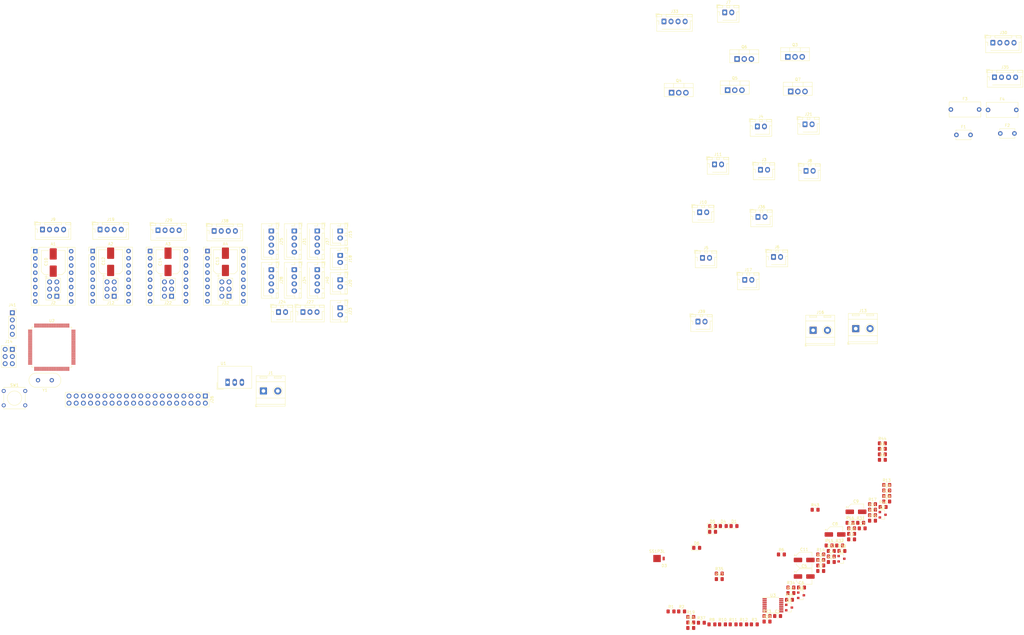
<source format=kicad_pcb>
(kicad_pcb (version 20171130) (host pcbnew "(5.0.2)-1")
  (layers (0 F.Cu signal) (31 B.Cu signal) (34 B.Paste user) (35 F.Paste user) (36 B.SilkS user) (37 F.SilkS user) (38 B.Mask user) (39 F.Mask user) (44 Edge.Cuts user))
  (net 0 "")
  (net 1 GND)
  (net 2 /E0_EN)
  (net 3 +5V)
  (net 4 "Net-(A1-Pad10)")
  (net 5 "Net-(A1-Pad3)")
  (net 6 "Net-(A1-Pad11)")
  (net 7 "Net-(A1-Pad4)")
  (net 8 "Net-(A1-Pad12)")
  (net 9 "Net-(A1-Pad5)")
  (net 10 "Net-(A1-Pad13)")
  (net 11 "Net-(A1-Pad6)")
  (net 12 /E0_STEP)
  (net 13 +24V)
  (net 14 /E0_DIR)
  (net 15 /E1_EN)
  (net 16 "Net-(A2-Pad10)")
  (net 17 "Net-(A2-Pad3)")
  (net 18 "Net-(A2-Pad11)")
  (net 19 "Net-(A2-Pad4)")
  (net 20 "Net-(A2-Pad12)")
  (net 21 "Net-(A2-Pad5)")
  (net 22 "Net-(A2-Pad13)")
  (net 23 "Net-(A2-Pad6)")
  (net 24 /E1_STEP)
  (net 25 /E1_DIR)
  (net 26 /SPARE0_DIR)
  (net 27 /SPARE0_STEP)
  (net 28 "Net-(A3-Pad13)")
  (net 29 "Net-(A3-Pad6)")
  (net 30 "Net-(A3-Pad5)")
  (net 31 "Net-(A3-Pad12)")
  (net 32 "Net-(A3-Pad4)")
  (net 33 "Net-(A3-Pad11)")
  (net 34 "Net-(A3-Pad3)")
  (net 35 "Net-(A3-Pad10)")
  (net 36 /SPARE0_EN)
  (net 37 /SPARE1_DIR)
  (net 38 /SPARE1_STEP)
  (net 39 "Net-(A4-Pad13)")
  (net 40 "Net-(A4-Pad6)")
  (net 41 "Net-(A4-Pad5)")
  (net 42 "Net-(A4-Pad12)")
  (net 43 "Net-(A4-Pad4)")
  (net 44 "Net-(A4-Pad11)")
  (net 45 "Net-(A4-Pad3)")
  (net 46 "Net-(A4-Pad10)")
  (net 47 /SPARE1_EN)
  (net 48 "Net-(C1-Pad2)")
  (net 49 "Net-(C2-Pad1)")
  (net 50 "Net-(C3-Pad1)")
  (net 51 /T_E0_IN)
  (net 52 /T_E1_IN)
  (net 53 /T_BED_IN)
  (net 54 /T_ENV_IN)
  (net 55 "Net-(D1-Pad2)")
  (net 56 /T_E0)
  (net 57 /T_E1)
  (net 58 "Net-(D2-Pad2)")
  (net 59 "Net-(D3-Pad2)")
  (net 60 /FAN_E0)
  (net 61 "Net-(D4-Pad2)")
  (net 62 /FAN_E1)
  (net 63 "Net-(D5-Pad2)")
  (net 64 "Net-(D6-Pad2)")
  (net 65 /FAN_ENV)
  (net 66 "Net-(F1-Pad2)")
  (net 67 "Net-(F2-Pad1)")
  (net 68 /FAN_E0_SW)
  (net 69 /FAN_E1_SW)
  (net 70 /MISO)
  (net 71 /SCK)
  (net 72 /MOSI)
  (net 73 /RESET)
  (net 74 /X0MIN)
  (net 75 /X1MIN)
  (net 76 /YMIN)
  (net 77 /ZMIN)
  (net 78 /ZMAX)
  (net 79 /MOT_X0_STEP)
  (net 80 /MOT_X0_DIR)
  (net 81 /MOT_X0_EN)
  (net 82 +3V3)
  (net 83 "Net-(J26-Pad3)")
  (net 84 "Net-(J26-Pad5)")
  (net 85 "Net-(J26-Pad7)")
  (net 86 /TX_3_3)
  (net 87 /RX_3_3)
  (net 88 "Net-(J26-Pad11)")
  (net 89 "Net-(J26-Pad12)")
  (net 90 "Net-(J26-Pad13)")
  (net 91 "Net-(J26-Pad15)")
  (net 92 "Net-(J26-Pad16)")
  (net 93 "Net-(J26-Pad17)")
  (net 94 "Net-(J26-Pad18)")
  (net 95 "Net-(J26-Pad19)")
  (net 96 "Net-(J26-Pad21)")
  (net 97 "Net-(J26-Pad22)")
  (net 98 "Net-(J26-Pad23)")
  (net 99 "Net-(J26-Pad24)")
  (net 100 "Net-(J26-Pad26)")
  (net 101 "Net-(J26-Pad27)")
  (net 102 "Net-(J26-Pad28)")
  (net 103 "Net-(J26-Pad29)")
  (net 104 "Net-(J26-Pad31)")
  (net 105 "Net-(J26-Pad32)")
  (net 106 "Net-(J26-Pad33)")
  (net 107 "Net-(J26-Pad35)")
  (net 108 "Net-(J26-Pad36)")
  (net 109 "Net-(J26-Pad37)")
  (net 110 "Net-(J26-Pad38)")
  (net 111 "Net-(J26-Pad40)")
  (net 112 /BLTOUCH)
  (net 113 /MOT_X1_EN)
  (net 114 /MOT_X1_DIR)
  (net 115 /MOT_X1_STEP)
  (net 116 /LCELL)
  (net 117 /MOT_Y0_EN)
  (net 118 /MOT_Y0_DIR)
  (net 119 /MOT_Y0_STEP)
  (net 120 /LED0_B)
  (net 121 /LED0_G)
  (net 122 /LED0_R)
  (net 123 /MOT_Y1_STEP)
  (net 124 /MOT_Y1_DIR)
  (net 125 /MOT_Y1_EN)
  (net 126 /LED1_B)
  (net 127 /LED1_G)
  (net 128 /LED1_R)
  (net 129 /BEDPWM)
  (net 130 /MOT_Z0_EN)
  (net 131 /MOT_Z0_DIR)
  (net 132 /MOT_Z0_STEP)
  (net 133 /GPPWM)
  (net 134 /MOT_Z1_STEP)
  (net 135 /MOT_Z1_DIR)
  (net 136 /MOT_Z1_EN)
  (net 137 /RX_5)
  (net 138 /TX_5)
  (net 139 "Net-(Q3-Pad1)")
  (net 140 "Net-(Q4-Pad1)")
  (net 141 "Net-(Q5-Pad1)")
  (net 142 "Net-(Q6-Pad1)")
  (net 143 "Net-(Q7-Pad1)")
  (net 144 "Net-(Q8-Pad1)")
  (net 145 "Net-(Q9-Pad1)")
  (net 146 "Net-(R6-Pad2)")
  (net 147 "Net-(R7-Pad1)")
  (net 148 "Net-(R8-Pad1)")
  (net 149 "Net-(R9-Pad1)")
  (net 150 /SDA)
  (net 151 "Net-(R15-Pad2)")
  (net 152 "Net-(R16-Pad2)")
  (net 153 /SCL)
  (net 154 "Net-(R18-Pad2)")
  (net 155 /T_E0_L)
  (net 156 /T_E1_L)
  (net 157 /LF_E0_L)
  (net 158 /LF_E1_L)
  (net 159 /F_ENV_L)
  (net 160 /F_E0_L)
  (net 161 /F_E1_L)
  (net 162 "Net-(U2-Pad1)")
  (net 163 "Net-(U2-Pad7)")
  (net 164 "Net-(U2-Pad8)")
  (net 165 "Net-(U2-Pad9)")
  (net 166 "Net-(U2-Pad12)")
  (net 167 "Net-(U2-Pad13)")
  (net 168 "Net-(U2-Pad28)")
  (net 169 "Net-(U2-Pad29)")
  (net 170 "Net-(U2-Pad35)")
  (net 171 "Net-(U2-Pad36)")
  (net 172 "Net-(U2-Pad37)")
  (net 173 "Net-(U2-Pad38)")
  (net 174 "Net-(U2-Pad39)")
  (net 175 "Net-(U2-Pad40)")
  (net 176 "Net-(U2-Pad41)")
  (net 177 "Net-(U2-Pad42)")
  (net 178 "Net-(U2-Pad51)")
  (net 179 "Net-(U2-Pad52)")
  (net 180 "Net-(U2-Pad59)")
  (net 181 "Net-(U2-Pad60)")
  (net 182 "Net-(U2-Pad69)")
  (net 183 "Net-(U2-Pad70)")
  (net 184 "Net-(U2-Pad79)")
  (net 185 "Net-(U2-Pad82)")
  (net 186 "Net-(U2-Pad83)")
  (net 187 "Net-(U2-Pad84)")
  (net 188 "Net-(U2-Pad85)")
  (net 189 "Net-(U2-Pad90)")
  (net 190 "Net-(U2-Pad91)")
  (net 191 "Net-(U3-Pad11)")
  (net 192 "Net-(U3-Pad12)")
  (module Module:Pololu_Breakout-16_15.2x20.3mm (layer F.Cu) (at 100.838 105.9688)
    (fp_text reference A1 (at 6.35 -2.54) (layer F.SilkS))
    (fp_text value MOT_E0)
    (pad 1 thru_hole rect (at 0 0) (size 1.6 1.6) (drill 0.8) (layers *.Cu *.Mask) (net 1 GND))
    (pad 9 thru_hole oval (at 12.7 17.78) (size 1.6 1.6) (drill 0.8) (layers *.Cu *.Mask) (net 2 /E0_EN))
    (pad 2 thru_hole oval (at 0 2.54) (size 1.6 1.6) (drill 0.8) (layers *.Cu *.Mask) (net 3 +5V))
    (pad 10 thru_hole oval (at 12.7 15.24) (size 1.6 1.6) (drill 0.8) (layers *.Cu *.Mask) (net 4 "Net-(A1-Pad10)"))
    (pad 3 thru_hole oval (at 0 5.08) (size 1.6 1.6) (drill 0.8) (layers *.Cu *.Mask) (net 5 "Net-(A1-Pad3)"))
    (pad 11 thru_hole oval (at 12.7 12.7) (size 1.6 1.6) (drill 0.8) (layers *.Cu *.Mask) (net 6 "Net-(A1-Pad11)"))
    (pad 4 thru_hole oval (at 0 7.62) (size 1.6 1.6) (drill 0.8) (layers *.Cu *.Mask) (net 7 "Net-(A1-Pad4)"))
    (pad 12 thru_hole oval (at 12.7 10.16) (size 1.6 1.6) (drill 0.8) (layers *.Cu *.Mask) (net 8 "Net-(A1-Pad12)"))
    (pad 5 thru_hole oval (at 0 10.16) (size 1.6 1.6) (drill 0.8) (layers *.Cu *.Mask) (net 9 "Net-(A1-Pad5)"))
    (pad 13 thru_hole oval (at 12.7 7.62) (size 1.6 1.6) (drill 0.8) (layers *.Cu *.Mask) (net 10 "Net-(A1-Pad13)"))
    (pad 6 thru_hole oval (at 0 12.7) (size 1.6 1.6) (drill 0.8) (layers *.Cu *.Mask) (net 11 "Net-(A1-Pad6)"))
    (pad 14 thru_hole oval (at 12.7 5.08) (size 1.6 1.6) (drill 0.8) (layers *.Cu *.Mask) (net 10 "Net-(A1-Pad13)"))
    (pad 7 thru_hole oval (at 0 15.24) (size 1.6 1.6) (drill 0.8) (layers *.Cu *.Mask) (net 1 GND))
    (pad 15 thru_hole oval (at 12.7 2.54) (size 1.6 1.6) (drill 0.8) (layers *.Cu *.Mask) (net 12 /E0_STEP))
    (pad 8 thru_hole oval (at 0 17.78) (size 1.6 1.6) (drill 0.8) (layers *.Cu *.Mask) (net 13 +24V))
    (pad 16 thru_hole oval (at 12.7 0) (size 1.6 1.6) (drill 0.8) (layers *.Cu *.Mask) (net 14 /E0_DIR))
  )
  (module Module:Pololu_Breakout-16_15.2x20.3mm (layer F.Cu) (at 121.158 105.918)
    (fp_text reference A2 (at 6.35 -2.54) (layer F.SilkS))
    (fp_text value MOT_E1)
    (pad 1 thru_hole rect (at 0 0) (size 1.6 1.6) (drill 0.8) (layers *.Cu *.Mask) (net 1 GND))
    (pad 9 thru_hole oval (at 12.7 17.78) (size 1.6 1.6) (drill 0.8) (layers *.Cu *.Mask) (net 15 /E1_EN))
    (pad 2 thru_hole oval (at 0 2.54) (size 1.6 1.6) (drill 0.8) (layers *.Cu *.Mask) (net 3 +5V))
    (pad 10 thru_hole oval (at 12.7 15.24) (size 1.6 1.6) (drill 0.8) (layers *.Cu *.Mask) (net 16 "Net-(A2-Pad10)"))
    (pad 3 thru_hole oval (at 0 5.08) (size 1.6 1.6) (drill 0.8) (layers *.Cu *.Mask) (net 17 "Net-(A2-Pad3)"))
    (pad 11 thru_hole oval (at 12.7 12.7) (size 1.6 1.6) (drill 0.8) (layers *.Cu *.Mask) (net 18 "Net-(A2-Pad11)"))
    (pad 4 thru_hole oval (at 0 7.62) (size 1.6 1.6) (drill 0.8) (layers *.Cu *.Mask) (net 19 "Net-(A2-Pad4)"))
    (pad 12 thru_hole oval (at 12.7 10.16) (size 1.6 1.6) (drill 0.8) (layers *.Cu *.Mask) (net 20 "Net-(A2-Pad12)"))
    (pad 5 thru_hole oval (at 0 10.16) (size 1.6 1.6) (drill 0.8) (layers *.Cu *.Mask) (net 21 "Net-(A2-Pad5)"))
    (pad 13 thru_hole oval (at 12.7 7.62) (size 1.6 1.6) (drill 0.8) (layers *.Cu *.Mask) (net 22 "Net-(A2-Pad13)"))
    (pad 6 thru_hole oval (at 0 12.7) (size 1.6 1.6) (drill 0.8) (layers *.Cu *.Mask) (net 23 "Net-(A2-Pad6)"))
    (pad 14 thru_hole oval (at 12.7 5.08) (size 1.6 1.6) (drill 0.8) (layers *.Cu *.Mask) (net 22 "Net-(A2-Pad13)"))
    (pad 7 thru_hole oval (at 0 15.24) (size 1.6 1.6) (drill 0.8) (layers *.Cu *.Mask) (net 1 GND))
    (pad 15 thru_hole oval (at 12.7 2.54) (size 1.6 1.6) (drill 0.8) (layers *.Cu *.Mask) (net 24 /E1_STEP))
    (pad 8 thru_hole oval (at 0 17.78) (size 1.6 1.6) (drill 0.8) (layers *.Cu *.Mask) (net 13 +24V))
    (pad 16 thru_hole oval (at 12.7 0) (size 1.6 1.6) (drill 0.8) (layers *.Cu *.Mask) (net 25 /E1_DIR))
  )
  (module Module:Pololu_Breakout-16_15.2x20.3mm (layer F.Cu) (at 141.478 105.918)
    (fp_text reference A3 (at 6.35 -2.54) (layer F.SilkS))
    (fp_text value MOT_SPARE0)
    (pad 16 thru_hole oval (at 12.7 0) (size 1.6 1.6) (drill 0.8) (layers *.Cu *.Mask) (net 26 /SPARE0_DIR))
    (pad 8 thru_hole oval (at 0 17.78) (size 1.6 1.6) (drill 0.8) (layers *.Cu *.Mask) (net 13 +24V))
    (pad 15 thru_hole oval (at 12.7 2.54) (size 1.6 1.6) (drill 0.8) (layers *.Cu *.Mask) (net 27 /SPARE0_STEP))
    (pad 7 thru_hole oval (at 0 15.24) (size 1.6 1.6) (drill 0.8) (layers *.Cu *.Mask) (net 1 GND))
    (pad 14 thru_hole oval (at 12.7 5.08) (size 1.6 1.6) (drill 0.8) (layers *.Cu *.Mask) (net 28 "Net-(A3-Pad13)"))
    (pad 6 thru_hole oval (at 0 12.7) (size 1.6 1.6) (drill 0.8) (layers *.Cu *.Mask) (net 29 "Net-(A3-Pad6)"))
    (pad 13 thru_hole oval (at 12.7 7.62) (size 1.6 1.6) (drill 0.8) (layers *.Cu *.Mask) (net 28 "Net-(A3-Pad13)"))
    (pad 5 thru_hole oval (at 0 10.16) (size 1.6 1.6) (drill 0.8) (layers *.Cu *.Mask) (net 30 "Net-(A3-Pad5)"))
    (pad 12 thru_hole oval (at 12.7 10.16) (size 1.6 1.6) (drill 0.8) (layers *.Cu *.Mask) (net 31 "Net-(A3-Pad12)"))
    (pad 4 thru_hole oval (at 0 7.62) (size 1.6 1.6) (drill 0.8) (layers *.Cu *.Mask) (net 32 "Net-(A3-Pad4)"))
    (pad 11 thru_hole oval (at 12.7 12.7) (size 1.6 1.6) (drill 0.8) (layers *.Cu *.Mask) (net 33 "Net-(A3-Pad11)"))
    (pad 3 thru_hole oval (at 0 5.08) (size 1.6 1.6) (drill 0.8) (layers *.Cu *.Mask) (net 34 "Net-(A3-Pad3)"))
    (pad 10 thru_hole oval (at 12.7 15.24) (size 1.6 1.6) (drill 0.8) (layers *.Cu *.Mask) (net 35 "Net-(A3-Pad10)"))
    (pad 2 thru_hole oval (at 0 2.54) (size 1.6 1.6) (drill 0.8) (layers *.Cu *.Mask) (net 3 +5V))
    (pad 9 thru_hole oval (at 12.7 17.78) (size 1.6 1.6) (drill 0.8) (layers *.Cu *.Mask) (net 36 /SPARE0_EN))
    (pad 1 thru_hole rect (at 0 0) (size 1.6 1.6) (drill 0.8) (layers *.Cu *.Mask) (net 1 GND))
  )
  (module Module:Pololu_Breakout-16_15.2x20.3mm (layer F.Cu) (at 161.798 105.918)
    (fp_text reference A4 (at 6.35 -2.54) (layer F.SilkS))
    (fp_text value MOT_SPARE1)
    (pad 16 thru_hole oval (at 12.7 0) (size 1.6 1.6) (drill 0.8) (layers *.Cu *.Mask) (net 37 /SPARE1_DIR))
    (pad 8 thru_hole oval (at 0 17.78) (size 1.6 1.6) (drill 0.8) (layers *.Cu *.Mask) (net 13 +24V))
    (pad 15 thru_hole oval (at 12.7 2.54) (size 1.6 1.6) (drill 0.8) (layers *.Cu *.Mask) (net 38 /SPARE1_STEP))
    (pad 7 thru_hole oval (at 0 15.24) (size 1.6 1.6) (drill 0.8) (layers *.Cu *.Mask) (net 1 GND))
    (pad 14 thru_hole oval (at 12.7 5.08) (size 1.6 1.6) (drill 0.8) (layers *.Cu *.Mask) (net 39 "Net-(A4-Pad13)"))
    (pad 6 thru_hole oval (at 0 12.7) (size 1.6 1.6) (drill 0.8) (layers *.Cu *.Mask) (net 40 "Net-(A4-Pad6)"))
    (pad 13 thru_hole oval (at 12.7 7.62) (size 1.6 1.6) (drill 0.8) (layers *.Cu *.Mask) (net 39 "Net-(A4-Pad13)"))
    (pad 5 thru_hole oval (at 0 10.16) (size 1.6 1.6) (drill 0.8) (layers *.Cu *.Mask) (net 41 "Net-(A4-Pad5)"))
    (pad 12 thru_hole oval (at 12.7 10.16) (size 1.6 1.6) (drill 0.8) (layers *.Cu *.Mask) (net 42 "Net-(A4-Pad12)"))
    (pad 4 thru_hole oval (at 0 7.62) (size 1.6 1.6) (drill 0.8) (layers *.Cu *.Mask) (net 43 "Net-(A4-Pad4)"))
    (pad 11 thru_hole oval (at 12.7 12.7) (size 1.6 1.6) (drill 0.8) (layers *.Cu *.Mask) (net 44 "Net-(A4-Pad11)"))
    (pad 3 thru_hole oval (at 0 5.08) (size 1.6 1.6) (drill 0.8) (layers *.Cu *.Mask) (net 45 "Net-(A4-Pad3)"))
    (pad 10 thru_hole oval (at 12.7 15.24) (size 1.6 1.6) (drill 0.8) (layers *.Cu *.Mask) (net 46 "Net-(A4-Pad10)"))
    (pad 2 thru_hole oval (at 0 2.54) (size 1.6 1.6) (drill 0.8) (layers *.Cu *.Mask) (net 3 +5V))
    (pad 9 thru_hole oval (at 12.7 17.78) (size 1.6 1.6) (drill 0.8) (layers *.Cu *.Mask) (net 47 /SPARE1_EN))
    (pad 1 thru_hole rect (at 0 0) (size 1.6 1.6) (drill 0.8) (layers *.Cu *.Mask) (net 1 GND))
  )
  (module Capacitor_SMD:C_0805_2012Metric_Pad1.15x1.40mm_HandSolder (layer F.Cu) (at 363.627401 235.124401)
    (fp_text reference C1 (at 0 -1.65) (layer F.SilkS))
    (fp_text value 100nF)
    (pad 2 smd roundrect (at 1.025 0) (size 1.15 1.4) (layers F.Cu F.Paste F.Mask) (roundrect_rratio 0.217391) (net 48 "Net-(C1-Pad2)"))
    (pad 1 smd roundrect (at -1.025 0) (size 1.15 1.4) (layers F.Cu F.Paste F.Mask) (roundrect_rratio 0.217391) (net 1 GND))
  )
  (module Capacitor_SMD:C_0805_2012Metric_Pad1.15x1.40mm_HandSolder (layer F.Cu) (at 393.567401 204.074401)
    (fp_text reference C2 (at 0 -1.65) (layer F.SilkS))
    (fp_text value 100nF)
    (pad 1 smd roundrect (at -1.025 0) (size 1.15 1.4) (layers F.Cu F.Paste F.Mask) (roundrect_rratio 0.217391) (net 49 "Net-(C2-Pad1)"))
    (pad 2 smd roundrect (at 1.025 0) (size 1.15 1.4) (layers F.Cu F.Paste F.Mask) (roundrect_rratio 0.217391) (net 1 GND))
  )
  (module Capacitor_SMD:C_0805_2012Metric_Pad1.15x1.40mm_HandSolder (layer F.Cu) (at 389.817401 207.974401)
    (fp_text reference C3 (at 0 -1.65) (layer F.SilkS))
    (fp_text value 100nF)
    (pad 1 smd roundrect (at -1.025 0) (size 1.15 1.4) (layers F.Cu F.Paste F.Mask) (roundrect_rratio 0.217391) (net 50 "Net-(C3-Pad1)"))
    (pad 2 smd roundrect (at 1.025 0) (size 1.15 1.4) (layers F.Cu F.Paste F.Mask) (roundrect_rratio 0.217391) (net 1 GND))
  )
  (module Capacitor_SMD:C_0805_2012Metric_Pad1.15x1.40mm_HandSolder (layer F.Cu) (at 382.637401 214.044401)
    (fp_text reference C4 (at 0 -1.65) (layer F.SilkS))
    (fp_text value 100nF)
    (pad 1 smd roundrect (at -1.025 0) (size 1.15 1.4) (layers F.Cu F.Paste F.Mask) (roundrect_rratio 0.217391) (net 3 +5V))
    (pad 2 smd roundrect (at 1.025 0) (size 1.15 1.4) (layers F.Cu F.Paste F.Mask) (roundrect_rratio 0.217391) (net 1 GND))
  )
  (module Capacitor_SMD:CP_Elec_5x5.4 (layer F.Cu) (at 373.037401 221.124401)
    (fp_text reference C5 (at 0 -3.7) (layer F.SilkS))
    (fp_text value 10uF)
    (pad 2 smd roundrect (at 2.2 0) (size 3 1.6) (layers F.Cu F.Paste F.Mask) (roundrect_rratio 0.15625) (net 1 GND))
    (pad 1 smd roundrect (at -2.2 0) (size 3 1.6) (layers F.Cu F.Paste F.Mask) (roundrect_rratio 0.15625) (net 51 /T_E0_IN))
  )
  (module Capacitor_SMD:C_0805_2012Metric_Pad1.15x1.40mm_HandSolder (layer F.Cu) (at 372.077401 225.024401)
    (fp_text reference C6 (at 0 -1.65) (layer F.SilkS))
    (fp_text value 100nF)
    (pad 2 smd roundrect (at 1.025 0) (size 1.15 1.4) (layers F.Cu F.Paste F.Mask) (roundrect_rratio 0.217391) (net 1 GND))
    (pad 1 smd roundrect (at -1.025 0) (size 1.15 1.4) (layers F.Cu F.Paste F.Mask) (roundrect_rratio 0.217391) (net 3 +5V))
  )
  (module Capacitor_SMD:C_0805_2012Metric_Pad1.15x1.40mm_HandSolder (layer F.Cu) (at 378.887401 219.174401)
    (fp_text reference C7 (at 0 -1.65) (layer F.SilkS))
    (fp_text value 100nF)
    (pad 2 smd roundrect (at 1.025 0) (size 1.15 1.4) (layers F.Cu F.Paste F.Mask) (roundrect_rratio 0.217391) (net 1 GND))
    (pad 1 smd roundrect (at -1.025 0) (size 1.15 1.4) (layers F.Cu F.Paste F.Mask) (roundrect_rratio 0.217391) (net 3 +5V))
  )
  (module Capacitor_SMD:CP_Elec_5x5.4 (layer F.Cu) (at 383.967401 206.244401)
    (fp_text reference C8 (at 0 -3.7) (layer F.SilkS))
    (fp_text value 10uF)
    (pad 2 smd roundrect (at 2.2 0) (size 3 1.6) (layers F.Cu F.Paste F.Mask) (roundrect_rratio 0.15625) (net 1 GND))
    (pad 1 smd roundrect (at -2.2 0) (size 3 1.6) (layers F.Cu F.Paste F.Mask) (roundrect_rratio 0.15625) (net 52 /T_E1_IN))
  )
  (module Capacitor_SMD:CP_Elec_5x5.4 (layer F.Cu) (at 391.377401 198.224401)
    (fp_text reference C9 (at 0 -3.7) (layer F.SilkS))
    (fp_text value 10uF)
    (pad 1 smd roundrect (at -2.2 0) (size 3 1.6) (layers F.Cu F.Paste F.Mask) (roundrect_rratio 0.15625) (net 53 /T_BED_IN))
    (pad 2 smd roundrect (at 2.2 0) (size 3 1.6) (layers F.Cu F.Paste F.Mask) (roundrect_rratio 0.15625) (net 1 GND))
  )
  (module Capacitor_SMD:CP_Elec_8x6.2 (layer F.Cu) (at 107.188 109.984 90)
    (fp_text reference C10 (at 0.256 -2.54 90) (layer F.SilkS))
    (fp_text value 100uF)
    (pad 1 smd roundrect (at -3.05 0 90) (size 4 2.5) (layers F.Cu F.Paste F.Mask) (roundrect_rratio 0.1) (net 13 +24V))
    (pad 2 smd roundrect (at 3.05 0 90) (size 4 2.5) (layers F.Cu F.Paste F.Mask) (roundrect_rratio 0.1) (net 1 GND))
  )
  (module Capacitor_SMD:CP_Elec_5x5.4 (layer F.Cu) (at 373.037401 215.274401)
    (fp_text reference C11 (at 0 -3.7) (layer F.SilkS))
    (fp_text value 10uF)
    (pad 1 smd roundrect (at -2.2 0) (size 3 1.6) (layers F.Cu F.Paste F.Mask) (roundrect_rratio 0.15625) (net 54 /T_ENV_IN))
    (pad 2 smd roundrect (at 2.2 0) (size 3 1.6) (layers F.Cu F.Paste F.Mask) (roundrect_rratio 0.15625) (net 1 GND))
  )
  (module Capacitor_SMD:CP_Elec_8x6.2 (layer F.Cu) (at 127.508 109.726 90)
    (fp_text reference C12 (at 0.252 -2.54 90) (layer F.SilkS))
    (fp_text value 100uF)
    (pad 2 smd roundrect (at 3.05 0 90) (size 4 2.5) (layers F.Cu F.Paste F.Mask) (roundrect_rratio 0.1) (net 1 GND))
    (pad 1 smd roundrect (at -3.05 0 90) (size 4 2.5) (layers F.Cu F.Paste F.Mask) (roundrect_rratio 0.1) (net 13 +24V))
  )
  (module Capacitor_SMD:CP_Elec_8x6.2 (layer F.Cu) (at 168.148 109.73 90)
    (fp_text reference C13 (at 0.256 -2.794 90) (layer F.SilkS))
    (fp_text value 100uF)
    (pad 2 smd roundrect (at 3.05 0 90) (size 4 2.5) (layers F.Cu F.Paste F.Mask) (roundrect_rratio 0.1) (net 1 GND))
    (pad 1 smd roundrect (at -3.05 0 90) (size 4 2.5) (layers F.Cu F.Paste F.Mask) (roundrect_rratio 0.1) (net 13 +24V))
  )
  (module Capacitor_SMD:CP_Elec_8x6.2 (layer F.Cu) (at 147.828 109.728 90)
    (fp_text reference C14 (at 0 -2.794 90) (layer F.SilkS))
    (fp_text value 100uF)
    (pad 1 smd roundrect (at -3.05 0 90) (size 4 2.5) (layers F.Cu F.Paste F.Mask) (roundrect_rratio 0.1) (net 13 +24V))
    (pad 2 smd roundrect (at 3.05 0 90) (size 4 2.5) (layers F.Cu F.Paste F.Mask) (roundrect_rratio 0.1) (net 1 GND))
  )
  (module LED_SMD:LED_0805_2012Metric_Pad1.15x1.40mm_HandSolder (layer F.Cu) (at 348.192401 203.269401)
    (fp_text reference D1 (at 0 -1.65) (layer F.SilkS))
    (fp_text value LED_Small)
    (pad 2 smd roundrect (at 1.025 0) (size 1.15 1.4) (layers F.Cu F.Paste F.Mask) (roundrect_rratio 0.217391) (net 55 "Net-(D1-Pad2)"))
    (pad 1 smd roundrect (at -1.025 0) (size 1.15 1.4) (layers F.Cu F.Paste F.Mask) (roundrect_rratio 0.217391) (net 56 /T_E0))
  )
  (module LED_SMD:LED_0805_2012Metric_Pad1.15x1.40mm_HandSolder (layer F.Cu) (at 340.612401 205.309401)
    (fp_text reference D2 (at 0 -1.65) (layer F.SilkS))
    (fp_text value LED_Small)
    (pad 1 smd roundrect (at -1.025 0) (size 1.15 1.4) (layers F.Cu F.Paste F.Mask) (roundrect_rratio 0.217391) (net 57 /T_E1))
    (pad 2 smd roundrect (at 1.025 0) (size 1.15 1.4) (layers F.Cu F.Paste F.Mask) (roundrect_rratio 0.217391) (net 58 "Net-(D2-Pad2)"))
  )
  (module Diode_SMD:DO-220AA (layer F.Cu) (at 320.9456 214.7576)
    (fp_text reference D3 (at 2.54 2.54) (layer F.SilkS))
    (fp_text value SS1P3L (at 0 -2.54) (layer F.SilkS))
    (pad 1 smd rect (at 2.351 0) (size 0.762 1.27) (layers F.Cu F.Paste F.Mask) (net 3 +5V))
    (pad 2 smd rect (at 0 0) (size 2.67 2.54) (layers F.Cu F.Paste F.Mask) (net 59 "Net-(D3-Pad2)"))
  )
  (module LED_SMD:LED_0805_2012Metric_Pad1.15x1.40mm_HandSolder (layer F.Cu) (at 344.402401 203.269401)
    (fp_text reference D4 (at 0 -1.65) (layer F.SilkS))
    (fp_text value LED_Small)
    (pad 1 smd roundrect (at -1.025 0) (size 1.15 1.4) (layers F.Cu F.Paste F.Mask) (roundrect_rratio 0.217391) (net 60 /FAN_E0))
    (pad 2 smd roundrect (at 1.025 0) (size 1.15 1.4) (layers F.Cu F.Paste F.Mask) (roundrect_rratio 0.217391) (net 61 "Net-(D4-Pad2)"))
  )
  (module LED_SMD:LED_0805_2012Metric_Pad1.15x1.40mm_HandSolder (layer F.Cu) (at 340.612401 203.269401)
    (fp_text reference D5 (at 0 -1.65) (layer F.SilkS))
    (fp_text value LED_Small)
    (pad 1 smd roundrect (at -1.025 0) (size 1.15 1.4) (layers F.Cu F.Paste F.Mask) (roundrect_rratio 0.217391) (net 62 /FAN_E1))
    (pad 2 smd roundrect (at 1.025 0) (size 1.15 1.4) (layers F.Cu F.Paste F.Mask) (roundrect_rratio 0.217391) (net 63 "Net-(D5-Pad2)"))
  )
  (module LED_SMD:LED_0805_2012Metric_Pad1.15x1.40mm_HandSolder (layer F.Cu) (at 334.980601 210.987601)
    (fp_text reference D6 (at 0 -1.65) (layer F.SilkS))
    (fp_text value LED_Small)
    (pad 2 smd roundrect (at 1.025 0) (size 1.15 1.4) (layers F.Cu F.Paste F.Mask) (roundrect_rratio 0.217391) (net 64 "Net-(D6-Pad2)"))
    (pad 1 smd roundrect (at -1.025 0) (size 1.15 1.4) (layers F.Cu F.Paste F.Mask) (roundrect_rratio 0.217391) (net 65 /FAN_ENV))
  )
  (module Capacitor_THT:C_Disc_D5.1mm_W3.2mm_P5.00mm (layer F.Cu) (at 426.9232 64.7954)
    (fp_text reference F1 (at 2.5 -2.85) (layer F.SilkS))
    (fp_text value MF-R250)
    (pad 1 thru_hole circle (at 0 0) (size 1.6 1.6) (drill 0.8) (layers *.Cu *.Mask) (net 56 /T_E0))
    (pad 2 thru_hole circle (at 5 0) (size 1.6 1.6) (drill 0.8) (layers *.Cu *.Mask) (net 66 "Net-(F1-Pad2)"))
  )
  (module Capacitor_THT:C_Disc_D5.1mm_W3.2mm_P5.00mm (layer F.Cu) (at 442.468 64.2874)
    (fp_text reference F2 (at 2.5 -2.85) (layer F.SilkS))
    (fp_text value MF-R250)
    (pad 2 thru_hole circle (at 5 0) (size 1.6 1.6) (drill 0.8) (layers *.Cu *.Mask) (net 57 /T_E1))
    (pad 1 thru_hole circle (at 0 0) (size 1.6 1.6) (drill 0.8) (layers *.Cu *.Mask) (net 67 "Net-(F2-Pad1)"))
  )
  (module Capacitor_THT:C_Rect_L11.0mm_W5.1mm_P10.00mm_MKT (layer F.Cu) (at 424.9674 55.8038)
    (fp_text reference F3 (at 5 -3.8) (layer F.SilkS))
    (fp_text value 60R010XPR)
    (pad 1 thru_hole circle (at 0 0) (size 1.6 1.6) (drill 0.8) (layers *.Cu *.Mask) (net 13 +24V))
    (pad 2 thru_hole circle (at 10 0) (size 1.6 1.6) (drill 0.8) (layers *.Cu *.Mask) (net 68 /FAN_E0_SW))
  )
  (module Capacitor_THT:C_Rect_L11.0mm_W5.1mm_P10.00mm_MKT (layer F.Cu) (at 438.1246 55.9562)
    (fp_text reference F4 (at 5 -3.8) (layer F.SilkS))
    (fp_text value 60R010XPR)
    (pad 2 thru_hole circle (at 10 0) (size 1.6 1.6) (drill 0.8) (layers *.Cu *.Mask) (net 69 /FAN_E1_SW))
    (pad 1 thru_hole circle (at 0 0) (size 1.6 1.6) (drill 0.8) (layers *.Cu *.Mask) (net 13 +24V))
  )
  (module TerminalBlock_RND:TerminalBlock_RND_205-00287_1x02_P5.08mm_Horizontal (layer F.Cu) (at 181.61 155.448)
    (fp_text reference J1 (at 2.54 -6.36) (layer F.SilkS))
    (fp_text value POWER_IN)
    (pad 1 thru_hole rect (at 0 0) (size 2.5 2.5) (drill 1.3) (layers *.Cu *.Mask) (net 13 +24V))
    (pad 2 thru_hole circle (at 5.08 0) (size 2.5 2.5) (drill 1.3) (layers *.Cu *.Mask) (net 1 GND))
  )
  (module Connector_PinHeader_2.54mm:PinHeader_2x03_P2.54mm_Vertical (layer F.Cu) (at 108.458 121.92 180)
    (fp_text reference J2 (at 1.27 -2.33 180) (layer F.SilkS))
    (fp_text value STP_SEL)
    (pad 6 thru_hole oval (at 2.54 5.08 180) (size 1.7 1.7) (drill 1) (layers *.Cu *.Mask) (net 8 "Net-(A1-Pad12)"))
    (pad 5 thru_hole oval (at 0 5.08 180) (size 1.7 1.7) (drill 1) (layers *.Cu *.Mask) (net 3 +5V))
    (pad 4 thru_hole oval (at 2.54 2.54 180) (size 1.7 1.7) (drill 1) (layers *.Cu *.Mask) (net 6 "Net-(A1-Pad11)"))
    (pad 3 thru_hole oval (at 0 2.54 180) (size 1.7 1.7) (drill 1) (layers *.Cu *.Mask) (net 3 +5V))
    (pad 2 thru_hole oval (at 2.54 0 180) (size 1.7 1.7) (drill 1) (layers *.Cu *.Mask) (net 4 "Net-(A1-Pad10)"))
    (pad 1 thru_hole rect (at 0 0 180) (size 1.7 1.7) (drill 1) (layers *.Cu *.Mask) (net 3 +5V))
  )
  (module Connector_JST:JST_XH_B02B-XH-AM_1x02_P2.50mm_Vertical (layer F.Cu) (at 357.5704 77.1398)
    (fp_text reference J3 (at 1.25 -3.55) (layer F.SilkS))
    (fp_text value T_E0_IN)
    (pad 1 thru_hole roundrect (at 0 0) (size 1.7 2) (drill 1) (layers *.Cu *.Mask) (roundrect_rratio 0.147059) (net 51 /T_E0_IN))
    (pad 2 thru_hole oval (at 2.5 0) (size 1.7 2) (drill 1) (layers *.Cu *.Mask) (net 1 GND))
    (pad "" np_thru_hole circle (at -1.6 2) (size 1.2 1.2) (drill 1.2) (layers *.Cu *.Mask))
  )
  (module Connector_JST:JST_XH_B02B-XH-AM_1x02_P2.50mm_Vertical (layer F.Cu) (at 356.4636 61.7982)
    (fp_text reference J4 (at 1.25 -3.55) (layer F.SilkS))
    (fp_text value LFAN_E0_OUT)
    (pad "" np_thru_hole circle (at -1.6 2) (size 1.2 1.2) (drill 1.2) (layers *.Cu *.Mask))
    (pad 2 thru_hole oval (at 2.5 0) (size 1.7 2) (drill 1) (layers *.Cu *.Mask) (net 60 /FAN_E0))
    (pad 1 thru_hole roundrect (at 0 0) (size 1.7 2) (drill 1) (layers *.Cu *.Mask) (roundrect_rratio 0.147059) (net 13 +24V))
  )
  (module Connector_JST:JST_XH_B02B-XH-AM_1x02_P2.50mm_Vertical (layer F.Cu) (at 337.0326 108.331)
    (fp_text reference J5 (at 1.25 -3.55) (layer F.SilkS))
    (fp_text value T_E1_IN)
    (pad "" np_thru_hole circle (at -1.6 2) (size 1.2 1.2) (drill 1.2) (layers *.Cu *.Mask))
    (pad 2 thru_hole oval (at 2.5 0) (size 1.7 2) (drill 1) (layers *.Cu *.Mask) (net 1 GND))
    (pad 1 thru_hole roundrect (at 0 0) (size 1.7 2) (drill 1) (layers *.Cu *.Mask) (roundrect_rratio 0.147059) (net 52 /T_E1_IN))
  )
  (module Connector_JST:JST_XH_B02B-XH-AM_1x02_P2.50mm_Vertical (layer F.Cu) (at 362.1786 108.0008)
    (fp_text reference J6 (at 1.25 -3.55) (layer F.SilkS))
    (fp_text value LFAN_E1_OUT)
    (pad "" np_thru_hole circle (at -1.6 2) (size 1.2 1.2) (drill 1.2) (layers *.Cu *.Mask))
    (pad 2 thru_hole oval (at 2.5 0) (size 1.7 2) (drill 1) (layers *.Cu *.Mask) (net 62 /FAN_E1))
    (pad 1 thru_hole roundrect (at 0 0) (size 1.7 2) (drill 1) (layers *.Cu *.Mask) (roundrect_rratio 0.147059) (net 13 +24V))
  )
  (module Connector_JST:JST_XH_B02B-XH-AM_1x02_P2.50mm_Vertical (layer F.Cu) (at 344.9066 21.4376)
    (fp_text reference J7 (at 1.25 -3.55) (layer F.SilkS))
    (fp_text value T_BED_IN)
    (pad 1 thru_hole roundrect (at 0 0) (size 1.7 2) (drill 1) (layers *.Cu *.Mask) (roundrect_rratio 0.147059) (net 53 /T_BED_IN))
    (pad 2 thru_hole oval (at 2.5 0) (size 1.7 2) (drill 1) (layers *.Cu *.Mask) (net 1 GND))
    (pad "" np_thru_hole circle (at -1.6 2) (size 1.2 1.2) (drill 1.2) (layers *.Cu *.Mask))
  )
  (module Connector_JST:JST_XH_B02B-XH-AM_1x02_P2.50mm_Vertical (layer F.Cu) (at 373.7102 77.5208)
    (fp_text reference J8 (at 1.25 -3.55) (layer F.SilkS))
    (fp_text value FAN_ENV_OUT)
    (pad 1 thru_hole roundrect (at 0 0) (size 1.7 2) (drill 1) (layers *.Cu *.Mask) (roundrect_rratio 0.147059) (net 13 +24V))
    (pad 2 thru_hole oval (at 2.5 0) (size 1.7 2) (drill 1) (layers *.Cu *.Mask) (net 65 /FAN_ENV))
    (pad "" np_thru_hole circle (at -1.6 2) (size 1.2 1.2) (drill 1.2) (layers *.Cu *.Mask))
  )
  (module Connector_JST:JST_XH_B04B-XH-AM_1x04_P2.50mm_Vertical (layer F.Cu) (at 103.378 98.298)
    (fp_text reference J9 (at 3.75 -3.55) (layer F.SilkS))
    (fp_text value MOT_E0)
    (pad 1 thru_hole roundrect (at 0 0) (size 1.7 1.95) (drill 0.95) (layers *.Cu *.Mask) (roundrect_rratio 0.147059) (net 5 "Net-(A1-Pad3)"))
    (pad 2 thru_hole oval (at 2.5 0) (size 1.7 1.95) (drill 0.95) (layers *.Cu *.Mask) (net 7 "Net-(A1-Pad4)"))
    (pad 3 thru_hole oval (at 5 0) (size 1.7 1.95) (drill 0.95) (layers *.Cu *.Mask) (net 9 "Net-(A1-Pad5)"))
    (pad 4 thru_hole oval (at 7.5 0) (size 1.7 1.95) (drill 0.95) (layers *.Cu *.Mask) (net 11 "Net-(A1-Pad6)"))
    (pad "" np_thru_hole circle (at -1.6 2) (size 1.2 1.2) (drill 1.2) (layers *.Cu *.Mask))
  )
  (module Connector_JST:JST_XH_B02B-XH-AM_1x02_P2.50mm_Vertical (layer F.Cu) (at 336.0312 92.1766)
    (fp_text reference J10 (at 1.25 -3.55) (layer F.SilkS))
    (fp_text value T_ENV_IN)
    (pad 1 thru_hole roundrect (at 0 0) (size 1.7 2) (drill 1) (layers *.Cu *.Mask) (roundrect_rratio 0.147059) (net 54 /T_ENV_IN))
    (pad 2 thru_hole oval (at 2.5 0) (size 1.7 2) (drill 1) (layers *.Cu *.Mask) (net 1 GND))
    (pad "" np_thru_hole circle (at -1.6 2) (size 1.2 1.2) (drill 1.2) (layers *.Cu *.Mask))
  )
  (module Connector_JST:JST_XH_B02B-XH-AM_1x02_P2.50mm_Vertical (layer F.Cu) (at 341.2998 75.2348)
    (fp_text reference J11 (at 1.25 -3.55) (layer F.SilkS))
    (fp_text value POWER_OUT)
    (pad 1 thru_hole roundrect (at 0 0) (size 1.7 2) (drill 1) (layers *.Cu *.Mask) (roundrect_rratio 0.147059) (net 13 +24V))
    (pad 2 thru_hole oval (at 2.5 0) (size 1.7 2) (drill 1) (layers *.Cu *.Mask) (net 1 GND))
    (pad "" np_thru_hole circle (at -1.6 2) (size 1.2 1.2) (drill 1.2) (layers *.Cu *.Mask))
  )
  (module Connector_PinHeader_2.54mm:PinHeader_2x03_P2.54mm_Vertical (layer F.Cu) (at 128.778 121.92 180)
    (fp_text reference J12 (at 1.27 -2.33 180) (layer F.SilkS))
    (fp_text value STP_SEL)
    (pad 1 thru_hole rect (at 0 0 180) (size 1.7 1.7) (drill 1) (layers *.Cu *.Mask) (net 3 +5V))
    (pad 2 thru_hole oval (at 2.54 0 180) (size 1.7 1.7) (drill 1) (layers *.Cu *.Mask) (net 16 "Net-(A2-Pad10)"))
    (pad 3 thru_hole oval (at 0 2.54 180) (size 1.7 1.7) (drill 1) (layers *.Cu *.Mask) (net 3 +5V))
    (pad 4 thru_hole oval (at 2.54 2.54 180) (size 1.7 1.7) (drill 1) (layers *.Cu *.Mask) (net 18 "Net-(A2-Pad11)"))
    (pad 5 thru_hole oval (at 0 5.08 180) (size 1.7 1.7) (drill 1) (layers *.Cu *.Mask) (net 3 +5V))
    (pad 6 thru_hole oval (at 2.54 5.08 180) (size 1.7 1.7) (drill 1) (layers *.Cu *.Mask) (net 20 "Net-(A2-Pad12)"))
  )
  (module TerminalBlock_RND:TerminalBlock_RND_205-00287_1x02_P5.08mm_Horizontal (layer F.Cu) (at 391.287 133.3754)
    (fp_text reference J13 (at 2.54 -6.36) (layer F.SilkS))
    (fp_text value T_E0_OUT)
    (pad 2 thru_hole circle (at 5.08 0) (size 2.5 2.5) (drill 1.3) (layers *.Cu *.Mask) (net 66 "Net-(F1-Pad2)"))
    (pad 1 thru_hole rect (at 0 0) (size 2.5 2.5) (drill 1.3) (layers *.Cu *.Mask) (net 13 +24V))
  )
  (module Connector_PinSocket_2.54mm:PinSocket_2x03_P2.54mm_Vertical (layer F.Cu) (at 92.71 140.716)
    (fp_text reference J14 (at -1.27 -2.77) (layer F.SilkS))
    (fp_text value ICSP)
    (pad 1 thru_hole rect (at 0 0) (size 1.7 1.7) (drill 1) (layers *.Cu *.Mask) (net 70 /MISO))
    (pad 2 thru_hole oval (at -2.54 0) (size 1.7 1.7) (drill 1) (layers *.Cu *.Mask) (net 59 "Net-(D3-Pad2)"))
    (pad 3 thru_hole oval (at 0 2.54) (size 1.7 1.7) (drill 1) (layers *.Cu *.Mask) (net 71 /SCK))
    (pad 4 thru_hole oval (at -2.54 2.54) (size 1.7 1.7) (drill 1) (layers *.Cu *.Mask) (net 72 /MOSI))
    (pad 5 thru_hole oval (at 0 5.08) (size 1.7 1.7) (drill 1) (layers *.Cu *.Mask) (net 73 /RESET))
    (pad 6 thru_hole oval (at -2.54 5.08) (size 1.7 1.7) (drill 1) (layers *.Cu *.Mask) (net 1 GND))
  )
  (module Connector_JST:JST_XH_B02B-XH-AM_1x02_P2.50mm_Vertical (layer F.Cu) (at 208.788 98.806 270)
    (fp_text reference J15 (at 1.25 -3.55 270) (layer F.SilkS))
    (fp_text value X0_MIN)
    (pad "" np_thru_hole circle (at -1.6 2 270) (size 1.2 1.2) (drill 1.2) (layers *.Cu *.Mask))
    (pad 2 thru_hole oval (at 2.5 0 270) (size 1.7 2) (drill 1) (layers *.Cu *.Mask) (net 1 GND))
    (pad 1 thru_hole roundrect (at 0 0 270) (size 1.7 2) (drill 1) (layers *.Cu *.Mask) (roundrect_rratio 0.147059) (net 74 /X0MIN))
  )
  (module TerminalBlock_RND:TerminalBlock_RND_205-00287_1x02_P5.08mm_Horizontal (layer F.Cu) (at 376.1994 133.9596)
    (fp_text reference J16 (at 2.54 -6.36) (layer F.SilkS))
    (fp_text value T_E1_OUT)
    (pad 1 thru_hole rect (at 0 0) (size 2.5 2.5) (drill 1.3) (layers *.Cu *.Mask) (net 13 +24V))
    (pad 2 thru_hole circle (at 5.08 0) (size 2.5 2.5) (drill 1.3) (layers *.Cu *.Mask) (net 67 "Net-(F2-Pad1)"))
  )
  (module Connector_JST:JST_XH_B02B-XH-AM_1x02_P2.50mm_Vertical (layer F.Cu) (at 351.9932 116.1034)
    (fp_text reference J17 (at 1.25 -3.55) (layer F.SilkS))
    (fp_text value FAN_E0_OUT)
    (pad "" np_thru_hole circle (at -1.6 2) (size 1.2 1.2) (drill 1.2) (layers *.Cu *.Mask))
    (pad 2 thru_hole oval (at 2.5 0) (size 1.7 2) (drill 1) (layers *.Cu *.Mask) (net 1 GND))
    (pad 1 thru_hole roundrect (at 0 0) (size 1.7 2) (drill 1) (layers *.Cu *.Mask) (roundrect_rratio 0.147059) (net 68 /FAN_E0_SW))
  )
  (module Connector_JST:JST_XH_B02B-XH-AM_1x02_P2.50mm_Vertical (layer F.Cu) (at 208.788 107.442 270)
    (fp_text reference J18 (at 1.25 -3.55 270) (layer F.SilkS))
    (fp_text value X1_MIN)
    (pad 1 thru_hole roundrect (at 0 0 270) (size 1.7 2) (drill 1) (layers *.Cu *.Mask) (roundrect_rratio 0.147059) (net 75 /X1MIN))
    (pad 2 thru_hole oval (at 2.5 0 270) (size 1.7 2) (drill 1) (layers *.Cu *.Mask) (net 1 GND))
    (pad "" np_thru_hole circle (at -1.6 2 270) (size 1.2 1.2) (drill 1.2) (layers *.Cu *.Mask))
  )
  (module Connector_JST:JST_XH_B04B-XH-AM_1x04_P2.50mm_Vertical (layer F.Cu) (at 123.778 98.298)
    (fp_text reference J19 (at 3.75 -3.55) (layer F.SilkS))
    (fp_text value MOT_E1)
    (pad 1 thru_hole roundrect (at 0 0) (size 1.7 1.95) (drill 0.95) (layers *.Cu *.Mask) (roundrect_rratio 0.147059) (net 17 "Net-(A2-Pad3)"))
    (pad 2 thru_hole oval (at 2.5 0) (size 1.7 1.95) (drill 0.95) (layers *.Cu *.Mask) (net 19 "Net-(A2-Pad4)"))
    (pad 3 thru_hole oval (at 5 0) (size 1.7 1.95) (drill 0.95) (layers *.Cu *.Mask) (net 21 "Net-(A2-Pad5)"))
    (pad 4 thru_hole oval (at 7.5 0) (size 1.7 1.95) (drill 0.95) (layers *.Cu *.Mask) (net 23 "Net-(A2-Pad6)"))
    (pad "" np_thru_hole circle (at -1.6 2) (size 1.2 1.2) (drill 1.2) (layers *.Cu *.Mask))
  )
  (module Connector_JST:JST_XH_B02B-XH-AM_1x02_P2.50mm_Vertical (layer F.Cu) (at 208.788 116.078 270)
    (fp_text reference J20 (at 1.25 -3.55 270) (layer F.SilkS))
    (fp_text value Y_MIN)
    (pad "" np_thru_hole circle (at -1.6 2 270) (size 1.2 1.2) (drill 1.2) (layers *.Cu *.Mask))
    (pad 2 thru_hole oval (at 2.5 0 270) (size 1.7 2) (drill 1) (layers *.Cu *.Mask) (net 1 GND))
    (pad 1 thru_hole roundrect (at 0 0 270) (size 1.7 2) (drill 1) (layers *.Cu *.Mask) (roundrect_rratio 0.147059) (net 76 /YMIN))
  )
  (module Connector_JST:JST_XH_B02B-XH-AM_1x02_P2.50mm_Vertical (layer F.Cu) (at 373.3292 61.0362)
    (fp_text reference J21 (at 1.25 -3.55) (layer F.SilkS))
    (fp_text value FAN_E1_OUT)
    (pad 1 thru_hole roundrect (at 0 0) (size 1.7 2) (drill 1) (layers *.Cu *.Mask) (roundrect_rratio 0.147059) (net 69 /FAN_E1_SW))
    (pad 2 thru_hole oval (at 2.5 0) (size 1.7 2) (drill 1) (layers *.Cu *.Mask) (net 1 GND))
    (pad "" np_thru_hole circle (at -1.6 2) (size 1.2 1.2) (drill 1.2) (layers *.Cu *.Mask))
  )
  (module Connector_PinHeader_2.54mm:PinHeader_2x03_P2.54mm_Vertical (layer F.Cu) (at 149.098 121.92 180)
    (fp_text reference J22 (at 1.27 -2.33 180) (layer F.SilkS))
    (fp_text value STP_SEL)
    (pad 6 thru_hole oval (at 2.54 5.08 180) (size 1.7 1.7) (drill 1) (layers *.Cu *.Mask) (net 31 "Net-(A3-Pad12)"))
    (pad 5 thru_hole oval (at 0 5.08 180) (size 1.7 1.7) (drill 1) (layers *.Cu *.Mask) (net 3 +5V))
    (pad 4 thru_hole oval (at 2.54 2.54 180) (size 1.7 1.7) (drill 1) (layers *.Cu *.Mask) (net 33 "Net-(A3-Pad11)"))
    (pad 3 thru_hole oval (at 0 2.54 180) (size 1.7 1.7) (drill 1) (layers *.Cu *.Mask) (net 3 +5V))
    (pad 2 thru_hole oval (at 2.54 0 180) (size 1.7 1.7) (drill 1) (layers *.Cu *.Mask) (net 35 "Net-(A3-Pad10)"))
    (pad 1 thru_hole rect (at 0 0 180) (size 1.7 1.7) (drill 1) (layers *.Cu *.Mask) (net 3 +5V))
  )
  (module Connector_JST:JST_XH_B02B-XH-AM_1x02_P2.50mm_Vertical (layer F.Cu) (at 208.788 125.984 270)
    (fp_text reference J23 (at 1.25 -3.55 270) (layer F.SilkS))
    (fp_text value Z_MAX)
    (pad "" np_thru_hole circle (at -1.6 2 270) (size 1.2 1.2) (drill 1.2) (layers *.Cu *.Mask))
    (pad 2 thru_hole oval (at 2.5 0 270) (size 1.7 2) (drill 1) (layers *.Cu *.Mask) (net 1 GND))
    (pad 1 thru_hole roundrect (at 0 0 270) (size 1.7 2) (drill 1) (layers *.Cu *.Mask) (roundrect_rratio 0.147059) (net 77 /ZMIN))
  )
  (module Connector_JST:JST_XH_B02B-XH-AM_1x02_P2.50mm_Vertical (layer F.Cu) (at 186.944 127.508)
    (fp_text reference J24 (at 1.25 -3.55) (layer F.SilkS))
    (fp_text value Z_MAX)
    (pad 1 thru_hole roundrect (at 0 0) (size 1.7 2) (drill 1) (layers *.Cu *.Mask) (roundrect_rratio 0.147059) (net 78 /ZMAX))
    (pad 2 thru_hole oval (at 2.5 0) (size 1.7 2) (drill 1) (layers *.Cu *.Mask) (net 1 GND))
    (pad "" np_thru_hole circle (at -1.6 2) (size 1.2 1.2) (drill 1.2) (layers *.Cu *.Mask))
  )
  (module Connector_JST:JST_XH_B04B-XH-AM_1x04_P2.50mm_Vertical (layer F.Cu) (at 184.404 98.806 270)
    (fp_text reference J25 (at 3.75 -3.55 270) (layer F.SilkS))
    (fp_text value MOT_X0)
    (pad "" np_thru_hole circle (at -1.6 2 270) (size 1.2 1.2) (drill 1.2) (layers *.Cu *.Mask))
    (pad 4 thru_hole oval (at 7.5 0 270) (size 1.7 1.95) (drill 0.95) (layers *.Cu *.Mask) (net 1 GND))
    (pad 3 thru_hole oval (at 5 0 270) (size 1.7 1.95) (drill 0.95) (layers *.Cu *.Mask) (net 79 /MOT_X0_STEP))
    (pad 2 thru_hole oval (at 2.5 0 270) (size 1.7 1.95) (drill 0.95) (layers *.Cu *.Mask) (net 80 /MOT_X0_DIR))
    (pad 1 thru_hole roundrect (at 0 0 270) (size 1.7 1.95) (drill 0.95) (layers *.Cu *.Mask) (roundrect_rratio 0.147059) (net 81 /MOT_X0_EN))
  )
  (module Connector_PinHeader_2.54mm:PinHeader_2x20_P2.54mm_Vertical (layer F.Cu) (at 161.036 157.226 270)
    (fp_text reference J26 (at 1.27 -2.33 270) (layer F.SilkS))
    (fp_text value RPI_Conn)
    (pad 1 thru_hole rect (at 0 0 270) (size 1.7 1.7) (drill 1) (layers *.Cu *.Mask) (net 82 +3V3))
    (pad 2 thru_hole oval (at 2.54 0 270) (size 1.7 1.7) (drill 1) (layers *.Cu *.Mask) (net 3 +5V))
    (pad 3 thru_hole oval (at 0 2.54 270) (size 1.7 1.7) (drill 1) (layers *.Cu *.Mask) (net 83 "Net-(J26-Pad3)"))
    (pad 4 thru_hole oval (at 2.54 2.54 270) (size 1.7 1.7) (drill 1) (layers *.Cu *.Mask) (net 3 +5V))
    (pad 5 thru_hole oval (at 0 5.08 270) (size 1.7 1.7) (drill 1) (layers *.Cu *.Mask) (net 84 "Net-(J26-Pad5)"))
    (pad 6 thru_hole oval (at 2.54 5.08 270) (size 1.7 1.7) (drill 1) (layers *.Cu *.Mask) (net 1 GND))
    (pad 7 thru_hole oval (at 0 7.62 270) (size 1.7 1.7) (drill 1) (layers *.Cu *.Mask) (net 85 "Net-(J26-Pad7)"))
    (pad 8 thru_hole oval (at 2.54 7.62 270) (size 1.7 1.7) (drill 1) (layers *.Cu *.Mask) (net 86 /TX_3_3))
    (pad 9 thru_hole oval (at 0 10.16 270) (size 1.7 1.7) (drill 1) (layers *.Cu *.Mask) (net 1 GND))
    (pad 10 thru_hole oval (at 2.54 10.16 270) (size 1.7 1.7) (drill 1) (layers *.Cu *.Mask) (net 87 /RX_3_3))
    (pad 11 thru_hole oval (at 0 12.7 270) (size 1.7 1.7) (drill 1) (layers *.Cu *.Mask) (net 88 "Net-(J26-Pad11)"))
    (pad 12 thru_hole oval (at 2.54 12.7 270) (size 1.7 1.7) (drill 1) (layers *.Cu *.Mask) (net 89 "Net-(J26-Pad12)"))
    (pad 13 thru_hole oval (at 0 15.24 270) (size 1.7 1.7) (drill 1) (layers *.Cu *.Mask) (net 90 "Net-(J26-Pad13)"))
    (pad 14 thru_hole oval (at 2.54 15.24 270) (size 1.7 1.7) (drill 1) (layers *.Cu *.Mask) (net 1 GND))
    (pad 15 thru_hole oval (at 0 17.78 270) (size 1.7 1.7) (drill 1) (layers *.Cu *.Mask) (net 91 "Net-(J26-Pad15)"))
    (pad 16 thru_hole oval (at 2.54 17.78 270) (size 1.7 1.7) (drill 1) (layers *.Cu *.Mask) (net 92 "Net-(J26-Pad16)"))
    (pad 17 thru_hole oval (at 0 20.32 270) (size 1.7 1.7) (drill 1) (layers *.Cu *.Mask) (net 93 "Net-(J26-Pad17)"))
    (pad 18 thru_hole oval (at 2.54 20.32 270) (size 1.7 1.7) (drill 1) (layers *.Cu *.Mask) (net 94 "Net-(J26-Pad18)"))
    (pad 19 thru_hole oval (at 0 22.86 270) (size 1.7 1.7) (drill 1) (layers *.Cu *.Mask) (net 95 "Net-(J26-Pad19)"))
    (pad 20 thru_hole oval (at 2.54 22.86 270) (size 1.7 1.7) (drill 1) (layers *.Cu *.Mask) (net 1 GND))
    (pad 21 thru_hole oval (at 0 25.4 270) (size 1.7 1.7) (drill 1) (layers *.Cu *.Mask) (net 96 "Net-(J26-Pad21)"))
    (pad 22 thru_hole oval (at 2.54 25.4 270) (size 1.7 1.7) (drill 1) (layers *.Cu *.Mask) (net 97 "Net-(J26-Pad22)"))
    (pad 23 thru_hole oval (at 0 27.94 270) (size 1.7 1.7) (drill 1) (layers *.Cu *.Mask) (net 98 "Net-(J26-Pad23)"))
    (pad 24 thru_hole oval (at 2.54 27.94 270) (size 1.7 1.7) (drill 1) (layers *.Cu *.Mask) (net 99 "Net-(J26-Pad24)"))
    (pad 25 thru_hole oval (at 0 30.48 270) (size 1.7 1.7) (drill 1) (layers *.Cu *.Mask) (net 1 GND))
    (pad 26 thru_hole oval (at 2.54 30.48 270) (size 1.7 1.7) (drill 1) (layers *.Cu *.Mask) (net 100 "Net-(J26-Pad26)"))
    (pad 27 thru_hole oval (at 0 33.02 270) (size 1.7 1.7) (drill 1) (layers *.Cu *.Mask) (net 101 "Net-(J26-Pad27)"))
    (pad 28 thru_hole oval (at 2.54 33.02 270) (size 1.7 1.7) (drill 1) (layers *.Cu *.Mask) (net 102 "Net-(J26-Pad28)"))
    (pad 29 thru_hole oval (at 0 35.56 270) (size 1.7 1.7) (drill 1) (layers *.Cu *.Mask) (net 103 "Net-(J26-Pad29)"))
    (pad 30 thru_hole oval (at 2.54 35.56 270) (size 1.7 1.7) (drill 1) (layers *.Cu *.Mask) (net 1 GND))
    (pad 31 thru_hole oval (at 0 38.1 270) (size 1.7 1.7) (drill 1) (layers *.Cu *.Mask) (net 104 "Net-(J26-Pad31)"))
    (pad 32 thru_hole oval (at 2.54 38.1 270) (size 1.7 1.7) (drill 1) (layers *.Cu *.Mask) (net 105 "Net-(J26-Pad32)"))
    (pad 33 thru_hole oval (at 0 40.64 270) (size 1.7 1.7) (drill 1) (layers *.Cu *.Mask) (net 106 "Net-(J26-Pad33)"))
    (pad 34 thru_hole oval (at 2.54 40.64 270) (size 1.7 1.7) (drill 1) (layers *.Cu *.Mask) (net 1 GND))
    (pad 35 thru_hole oval (at 0 43.18 270) (size 1.7 1.7) (drill 1) (layers *.Cu *.Mask) (net 107 "Net-(J26-Pad35)"))
    (pad 36 thru_hole oval (at 2.54 43.18 270) (size 1.7 1.7) (drill 1) (layers *.Cu *.Mask) (net 108 "Net-(J26-Pad36)"))
    (pad 37 thru_hole oval (at 0 45.72 270) (size 1.7 1.7) (drill 1) (layers *.Cu *.Mask) (net 109 "Net-(J26-Pad37)"))
    (pad 38 thru_hole oval (at 2.54 45.72 270) (size 1.7 1.7) (drill 1) (layers *.Cu *.Mask) (net 110 "Net-(J26-Pad38)"))
    (pad 39 thru_hole oval (at 0 48.26 270) (size 1.7 1.7) (drill 1) (layers *.Cu *.Mask) (net 1 GND))
    (pad 40 thru_hole oval (at 2.54 48.26 270) (size 1.7 1.7) (drill 1) (layers *.Cu *.Mask) (net 111 "Net-(J26-Pad40)"))
  )
  (module Connector_JST:JST_XH_B03B-XH-AM_1x03_P2.50mm_Vertical (layer F.Cu) (at 195.58 127.508)
    (fp_text reference J27 (at 2.5 -3.55) (layer F.SilkS))
    (fp_text value BLTOUCH)
    (pad 1 thru_hole roundrect (at 0 0) (size 1.7 1.95) (drill 0.95) (layers *.Cu *.Mask) (roundrect_rratio 0.147059) (net 1 GND))
    (pad 2 thru_hole oval (at 2.5 0) (size 1.7 1.95) (drill 0.95) (layers *.Cu *.Mask) (net 3 +5V))
    (pad 3 thru_hole oval (at 5 0) (size 1.7 1.95) (drill 0.95) (layers *.Cu *.Mask) (net 112 /BLTOUCH))
    (pad "" np_thru_hole circle (at -1.6 2) (size 1.2 1.2) (drill 1.2) (layers *.Cu *.Mask))
  )
  (module Connector_JST:JST_XH_B04B-XH-AM_1x04_P2.50mm_Vertical (layer F.Cu) (at 184.404 112.522 270)
    (fp_text reference J28 (at 3.75 -3.55 270) (layer F.SilkS))
    (fp_text value MOT_X1)
    (pad 1 thru_hole roundrect (at 0 0 270) (size 1.7 1.95) (drill 0.95) (layers *.Cu *.Mask) (roundrect_rratio 0.147059) (net 113 /MOT_X1_EN))
    (pad 2 thru_hole oval (at 2.5 0 270) (size 1.7 1.95) (drill 0.95) (layers *.Cu *.Mask) (net 114 /MOT_X1_DIR))
    (pad 3 thru_hole oval (at 5 0 270) (size 1.7 1.95) (drill 0.95) (layers *.Cu *.Mask) (net 115 /MOT_X1_STEP))
    (pad 4 thru_hole oval (at 7.5 0 270) (size 1.7 1.95) (drill 0.95) (layers *.Cu *.Mask) (net 1 GND))
    (pad "" np_thru_hole circle (at -1.6 2 270) (size 1.2 1.2) (drill 1.2) (layers *.Cu *.Mask))
  )
  (module Connector_JST:JST_XH_B04B-XH-AM_1x04_P2.50mm_Vertical (layer F.Cu) (at 144.272 98.552)
    (fp_text reference J29 (at 3.75 -3.55) (layer F.SilkS))
    (fp_text value MOT_SPARE0)
    (pad 1 thru_hole roundrect (at 0 0) (size 1.7 1.95) (drill 0.95) (layers *.Cu *.Mask) (roundrect_rratio 0.147059) (net 34 "Net-(A3-Pad3)"))
    (pad 2 thru_hole oval (at 2.5 0) (size 1.7 1.95) (drill 0.95) (layers *.Cu *.Mask) (net 32 "Net-(A3-Pad4)"))
    (pad 3 thru_hole oval (at 5 0) (size 1.7 1.95) (drill 0.95) (layers *.Cu *.Mask) (net 30 "Net-(A3-Pad5)"))
    (pad 4 thru_hole oval (at 7.5 0) (size 1.7 1.95) (drill 0.95) (layers *.Cu *.Mask) (net 29 "Net-(A3-Pad6)"))
    (pad "" np_thru_hole circle (at -1.6 2) (size 1.2 1.2) (drill 1.2) (layers *.Cu *.Mask))
  )
  (module Connector_JST:JST_XH_B04B-XH-AM_1x04_P2.50mm_Vertical (layer F.Cu) (at 439.8156 32.1564)
    (fp_text reference J30 (at 3.75 -3.55) (layer F.SilkS))
    (fp_text value LOADCELL)
    (pad 1 thru_hole roundrect (at 0 0) (size 1.7 1.95) (drill 0.95) (layers *.Cu *.Mask) (roundrect_rratio 0.147059) (net 116 /LCELL))
    (pad 2 thru_hole oval (at 2.5 0) (size 1.7 1.95) (drill 0.95) (layers *.Cu *.Mask) (net 1 GND))
    (pad 3 thru_hole oval (at 5 0) (size 1.7 1.95) (drill 0.95) (layers *.Cu *.Mask) (net 3 +5V))
    (pad 4 thru_hole oval (at 7.5 0) (size 1.7 1.95) (drill 0.95) (layers *.Cu *.Mask) (net 13 +24V))
    (pad "" np_thru_hole circle (at -1.6 2) (size 1.2 1.2) (drill 1.2) (layers *.Cu *.Mask))
  )
  (module Connector_JST:JST_XH_B04B-XH-AM_1x04_P2.50mm_Vertical (layer F.Cu) (at 192.532 98.806 270)
    (fp_text reference J31 (at 3.75 -3.55 270) (layer F.SilkS))
    (fp_text value MOT_Y0)
    (pad 1 thru_hole roundrect (at 0 0 270) (size 1.7 1.95) (drill 0.95) (layers *.Cu *.Mask) (roundrect_rratio 0.147059) (net 117 /MOT_Y0_EN))
    (pad 2 thru_hole oval (at 2.5 0 270) (size 1.7 1.95) (drill 0.95) (layers *.Cu *.Mask) (net 118 /MOT_Y0_DIR))
    (pad 3 thru_hole oval (at 5 0 270) (size 1.7 1.95) (drill 0.95) (layers *.Cu *.Mask) (net 119 /MOT_Y0_STEP))
    (pad 4 thru_hole oval (at 7.5 0 270) (size 1.7 1.95) (drill 0.95) (layers *.Cu *.Mask) (net 1 GND))
    (pad "" np_thru_hole circle (at -1.6 2 270) (size 1.2 1.2) (drill 1.2) (layers *.Cu *.Mask))
  )
  (module Connector_PinHeader_2.54mm:PinHeader_2x03_P2.54mm_Vertical (layer F.Cu) (at 169.418 121.92 180)
    (fp_text reference J32 (at 1.27 -2.33 180) (layer F.SilkS))
    (fp_text value STP_SEL)
    (pad 1 thru_hole rect (at 0 0 180) (size 1.7 1.7) (drill 1) (layers *.Cu *.Mask) (net 3 +5V))
    (pad 2 thru_hole oval (at 2.54 0 180) (size 1.7 1.7) (drill 1) (layers *.Cu *.Mask) (net 46 "Net-(A4-Pad10)"))
    (pad 3 thru_hole oval (at 0 2.54 180) (size 1.7 1.7) (drill 1) (layers *.Cu *.Mask) (net 3 +5V))
    (pad 4 thru_hole oval (at 2.54 2.54 180) (size 1.7 1.7) (drill 1) (layers *.Cu *.Mask) (net 44 "Net-(A4-Pad11)"))
    (pad 5 thru_hole oval (at 0 5.08 180) (size 1.7 1.7) (drill 1) (layers *.Cu *.Mask) (net 3 +5V))
    (pad 6 thru_hole oval (at 2.54 5.08 180) (size 1.7 1.7) (drill 1) (layers *.Cu *.Mask) (net 42 "Net-(A4-Pad12)"))
  )
  (module Connector_JST:JST_XH_B04B-XH-AM_1x04_P2.50mm_Vertical (layer F.Cu) (at 323.3928 24.638)
    (fp_text reference J33 (at 3.75 -3.55) (layer F.SilkS))
    (fp_text value RGB0)
    (pad "" np_thru_hole circle (at -1.6 2) (size 1.2 1.2) (drill 1.2) (layers *.Cu *.Mask))
    (pad 4 thru_hole oval (at 7.5 0) (size 1.7 1.95) (drill 0.95) (layers *.Cu *.Mask) (net 3 +5V))
    (pad 3 thru_hole oval (at 5 0) (size 1.7 1.95) (drill 0.95) (layers *.Cu *.Mask) (net 120 /LED0_B))
    (pad 2 thru_hole oval (at 2.5 0) (size 1.7 1.95) (drill 0.95) (layers *.Cu *.Mask) (net 121 /LED0_G))
    (pad 1 thru_hole roundrect (at 0 0) (size 1.7 1.95) (drill 0.95) (layers *.Cu *.Mask) (roundrect_rratio 0.147059) (net 122 /LED0_R))
  )
  (module Connector_JST:JST_XH_B04B-XH-AM_1x04_P2.50mm_Vertical (layer F.Cu) (at 192.532 112.522 270)
    (fp_text reference J34 (at 3.75 -3.55 270) (layer F.SilkS))
    (fp_text value MOT_Y1)
    (pad "" np_thru_hole circle (at -1.6 2 270) (size 1.2 1.2) (drill 1.2) (layers *.Cu *.Mask))
    (pad 4 thru_hole oval (at 7.5 0 270) (size 1.7 1.95) (drill 0.95) (layers *.Cu *.Mask) (net 1 GND))
    (pad 3 thru_hole oval (at 5 0 270) (size 1.7 1.95) (drill 0.95) (layers *.Cu *.Mask) (net 123 /MOT_Y1_STEP))
    (pad 2 thru_hole oval (at 2.5 0 270) (size 1.7 1.95) (drill 0.95) (layers *.Cu *.Mask) (net 124 /MOT_Y1_DIR))
    (pad 1 thru_hole roundrect (at 0 0 270) (size 1.7 1.95) (drill 0.95) (layers *.Cu *.Mask) (roundrect_rratio 0.147059) (net 125 /MOT_Y1_EN))
  )
  (module Connector_JST:JST_XH_B04B-XH-AM_1x04_P2.50mm_Vertical (layer F.Cu) (at 440.3998 44.3738)
    (fp_text reference J35 (at 3.75 -3.55) (layer F.SilkS))
    (fp_text value RGB1)
    (pad "" np_thru_hole circle (at -1.6 2) (size 1.2 1.2) (drill 1.2) (layers *.Cu *.Mask))
    (pad 4 thru_hole oval (at 7.5 0) (size 1.7 1.95) (drill 0.95) (layers *.Cu *.Mask) (net 3 +5V))
    (pad 3 thru_hole oval (at 5 0) (size 1.7 1.95) (drill 0.95) (layers *.Cu *.Mask) (net 126 /LED1_B))
    (pad 2 thru_hole oval (at 2.5 0) (size 1.7 1.95) (drill 0.95) (layers *.Cu *.Mask) (net 127 /LED1_G))
    (pad 1 thru_hole roundrect (at 0 0) (size 1.7 1.95) (drill 0.95) (layers *.Cu *.Mask) (roundrect_rratio 0.147059) (net 128 /LED1_R))
  )
  (module Connector_JST:JST_XH_B02B-XH-AM_1x02_P2.50mm_Vertical (layer F.Cu) (at 356.6668 93.8276)
    (fp_text reference J36 (at 1.25 -3.55) (layer F.SilkS))
    (fp_text value BED_PWM)
    (pad "" np_thru_hole circle (at -1.6 2) (size 1.2 1.2) (drill 1.2) (layers *.Cu *.Mask))
    (pad 2 thru_hole oval (at 2.5 0) (size 1.7 2) (drill 1) (layers *.Cu *.Mask) (net 1 GND))
    (pad 1 thru_hole roundrect (at 0 0) (size 1.7 2) (drill 1) (layers *.Cu *.Mask) (roundrect_rratio 0.147059) (net 129 /BEDPWM))
  )
  (module Connector_JST:JST_XH_B04B-XH-AM_1x04_P2.50mm_Vertical (layer F.Cu) (at 200.66 98.806 270)
    (fp_text reference J37 (at 3.75 -3.55 270) (layer F.SilkS))
    (fp_text value MOT_Z0)
    (pad 1 thru_hole roundrect (at 0 0 270) (size 1.7 1.95) (drill 0.95) (layers *.Cu *.Mask) (roundrect_rratio 0.147059) (net 130 /MOT_Z0_EN))
    (pad 2 thru_hole oval (at 2.5 0 270) (size 1.7 1.95) (drill 0.95) (layers *.Cu *.Mask) (net 131 /MOT_Z0_DIR))
    (pad 3 thru_hole oval (at 5 0 270) (size 1.7 1.95) (drill 0.95) (layers *.Cu *.Mask) (net 132 /MOT_Z0_STEP))
    (pad 4 thru_hole oval (at 7.5 0 270) (size 1.7 1.95) (drill 0.95) (layers *.Cu *.Mask) (net 1 GND))
    (pad "" np_thru_hole circle (at -1.6 2 270) (size 1.2 1.2) (drill 1.2) (layers *.Cu *.Mask))
  )
  (module Connector_JST:JST_XH_B04B-XH-AM_1x04_P2.50mm_Vertical (layer F.Cu) (at 164.164 98.806)
    (fp_text reference J38 (at 3.75 -3.55) (layer F.SilkS))
    (fp_text value MOT_SPARE1)
    (pad "" np_thru_hole circle (at -1.6 2) (size 1.2 1.2) (drill 1.2) (layers *.Cu *.Mask))
    (pad 4 thru_hole oval (at 7.5 0) (size 1.7 1.95) (drill 0.95) (layers *.Cu *.Mask) (net 40 "Net-(A4-Pad6)"))
    (pad 3 thru_hole oval (at 5 0) (size 1.7 1.95) (drill 0.95) (layers *.Cu *.Mask) (net 41 "Net-(A4-Pad5)"))
    (pad 2 thru_hole oval (at 2.5 0) (size 1.7 1.95) (drill 0.95) (layers *.Cu *.Mask) (net 43 "Net-(A4-Pad4)"))
    (pad 1 thru_hole roundrect (at 0 0) (size 1.7 1.95) (drill 0.95) (layers *.Cu *.Mask) (roundrect_rratio 0.147059) (net 45 "Net-(A4-Pad3)"))
  )
  (module Connector_JST:JST_XH_B02B-XH-AM_1x02_P2.50mm_Vertical (layer F.Cu) (at 335.4216 130.8862)
    (fp_text reference J39 (at 1.25 -3.55) (layer F.SilkS))
    (fp_text value GP_PWM)
    (pad 1 thru_hole roundrect (at 0 0) (size 1.7 2) (drill 1) (layers *.Cu *.Mask) (roundrect_rratio 0.147059) (net 133 /GPPWM))
    (pad 2 thru_hole oval (at 2.5 0) (size 1.7 2) (drill 1) (layers *.Cu *.Mask) (net 1 GND))
    (pad "" np_thru_hole circle (at -1.6 2) (size 1.2 1.2) (drill 1.2) (layers *.Cu *.Mask))
  )
  (module Connector_JST:JST_XH_B04B-XH-AM_1x04_P2.50mm_Vertical (layer F.Cu) (at 200.66 112.522 270)
    (fp_text reference J40 (at 3.75 -3.55 270) (layer F.SilkS))
    (fp_text value MOT_Z1)
    (pad "" np_thru_hole circle (at -1.6 2 270) (size 1.2 1.2) (drill 1.2) (layers *.Cu *.Mask))
    (pad 4 thru_hole oval (at 7.5 0 270) (size 1.7 1.95) (drill 0.95) (layers *.Cu *.Mask) (net 1 GND))
    (pad 3 thru_hole oval (at 5 0 270) (size 1.7 1.95) (drill 0.95) (layers *.Cu *.Mask) (net 134 /MOT_Z1_STEP))
    (pad 2 thru_hole oval (at 2.5 0 270) (size 1.7 1.95) (drill 0.95) (layers *.Cu *.Mask) (net 135 /MOT_Z1_DIR))
    (pad 1 thru_hole roundrect (at 0 0 270) (size 1.7 1.95) (drill 0.95) (layers *.Cu *.Mask) (roundrect_rratio 0.147059) (net 136 /MOT_Z1_EN))
  )
  (module Connector_PinSocket_2.54mm:PinSocket_1x04_P2.54mm_Vertical (layer F.Cu) (at 92.71 127.762)
    (fp_text reference J41 (at 0 -2.77) (layer F.SilkS))
    (fp_text value DBG_UART)
    (pad 1 thru_hole rect (at 0 0) (size 1.7 1.7) (drill 1) (layers *.Cu *.Mask) (net 3 +5V))
    (pad 2 thru_hole oval (at 0 2.54) (size 1.7 1.7) (drill 1) (layers *.Cu *.Mask) (net 1 GND))
    (pad 3 thru_hole oval (at 0 5.08) (size 1.7 1.7) (drill 1) (layers *.Cu *.Mask) (net 137 /RX_5))
    (pad 4 thru_hole oval (at 0 7.62) (size 1.7 1.7) (drill 1) (layers *.Cu *.Mask) (net 138 /TX_5))
  )
  (module Package_TO_SOT_SMD:SOT-23 (layer F.Cu) (at 386.237401 214.844401)
    (fp_text reference Q1 (at 0 -2.5) (layer F.SilkS))
    (fp_text value BSS138)
    (pad 3 smd rect (at 1 0) (size 0.9 0.8) (layers F.Cu F.Paste F.Mask) (net 138 /TX_5))
    (pad 2 smd rect (at -1 0.95) (size 0.9 0.8) (layers F.Cu F.Paste F.Mask) (net 87 /RX_3_3))
    (pad 1 smd rect (at -1 -0.95) (size 0.9 0.8) (layers F.Cu F.Paste F.Mask) (net 82 +3V3))
  )
  (module Package_TO_SOT_SMD:SOT-23 (layer F.Cu) (at 400.827401 199.274401)
    (fp_text reference Q2 (at 0 -2.5) (layer F.SilkS))
    (fp_text value BSS138)
    (pad 1 smd rect (at -1 -0.95) (size 0.9 0.8) (layers F.Cu F.Paste F.Mask) (net 82 +3V3))
    (pad 2 smd rect (at -1 0.95) (size 0.9 0.8) (layers F.Cu F.Paste F.Mask) (net 86 /TX_3_3))
    (pad 3 smd rect (at 1 0) (size 0.9 0.8) (layers F.Cu F.Paste F.Mask) (net 137 /RX_5))
  )
  (module Package_TO_SOT_THT:TO-220-3_Vertical (layer F.Cu) (at 367.2586 37.1602)
    (fp_text reference Q3 (at 2.54 -4.27) (layer F.SilkS))
    (fp_text value STP55NF06L)
    (pad 3 thru_hole oval (at 5.08 0) (size 1.905 2) (drill 1.1) (layers *.Cu *.Mask) (net 1 GND))
    (pad 2 thru_hole oval (at 2.54 0) (size 1.905 2) (drill 1.1) (layers *.Cu *.Mask) (net 56 /T_E0))
    (pad 1 thru_hole rect (at 0 0) (size 1.905 2) (drill 1.1) (layers *.Cu *.Mask) (net 139 "Net-(Q3-Pad1)"))
  )
  (module Package_TO_SOT_THT:TO-220-3_Vertical (layer F.Cu) (at 326.0852 49.8602)
    (fp_text reference Q4 (at 2.54 -4.27) (layer F.SilkS))
    (fp_text value STP55NF06L)
    (pad 1 thru_hole rect (at 0 0) (size 1.905 2) (drill 1.1) (layers *.Cu *.Mask) (net 140 "Net-(Q4-Pad1)"))
    (pad 2 thru_hole oval (at 2.54 0) (size 1.905 2) (drill 1.1) (layers *.Cu *.Mask) (net 57 /T_E1))
    (pad 3 thru_hole oval (at 5.08 0) (size 1.905 2) (drill 1.1) (layers *.Cu *.Mask) (net 1 GND))
  )
  (module Package_TO_SOT_THT:TO-220-3_Vertical (layer F.Cu) (at 345.9226 48.9712)
    (fp_text reference Q5 (at 2.54 -4.27) (layer F.SilkS))
    (fp_text value STP55NF06L)
    (pad 1 thru_hole rect (at 0 0) (size 1.905 2) (drill 1.1) (layers *.Cu *.Mask) (net 141 "Net-(Q5-Pad1)"))
    (pad 2 thru_hole oval (at 2.54 0) (size 1.905 2) (drill 1.1) (layers *.Cu *.Mask) (net 60 /FAN_E0))
    (pad 3 thru_hole oval (at 5.08 0) (size 1.905 2) (drill 1.1) (layers *.Cu *.Mask) (net 1 GND))
  )
  (module Package_TO_SOT_THT:TO-220-3_Vertical (layer F.Cu) (at 349.2754 37.9222)
    (fp_text reference Q6 (at 2.54 -4.27) (layer F.SilkS))
    (fp_text value STP55NF06L)
    (pad 1 thru_hole rect (at 0 0) (size 1.905 2) (drill 1.1) (layers *.Cu *.Mask) (net 142 "Net-(Q6-Pad1)"))
    (pad 2 thru_hole oval (at 2.54 0) (size 1.905 2) (drill 1.1) (layers *.Cu *.Mask) (net 62 /FAN_E1))
    (pad 3 thru_hole oval (at 5.08 0) (size 1.905 2) (drill 1.1) (layers *.Cu *.Mask) (net 1 GND))
  )
  (module Package_TO_SOT_THT:TO-220-3_Vertical (layer F.Cu) (at 368.2492 49.4284)
    (fp_text reference Q7 (at 2.54 -4.27) (layer F.SilkS))
    (fp_text value STP55NF06L)
    (pad 3 thru_hole oval (at 5.08 0) (size 1.905 2) (drill 1.1) (layers *.Cu *.Mask) (net 1 GND))
    (pad 2 thru_hole oval (at 2.54 0) (size 1.905 2) (drill 1.1) (layers *.Cu *.Mask) (net 65 /FAN_ENV))
    (pad 1 thru_hole rect (at 0 0) (size 1.905 2) (drill 1.1) (layers *.Cu *.Mask) (net 143 "Net-(Q7-Pad1)"))
  )
  (module Package_TO_SOT_SMD:SOT-23 (layer F.Cu) (at 371.927401 227.774401)
    (fp_text reference Q8 (at 0 -2.5) (layer F.SilkS))
    (fp_text value BSS138)
    (pad 1 smd rect (at -1 -0.95) (size 0.9 0.8) (layers F.Cu F.Paste F.Mask) (net 144 "Net-(Q8-Pad1)"))
    (pad 2 smd rect (at -1 0.95) (size 0.9 0.8) (layers F.Cu F.Paste F.Mask) (net 1 GND))
    (pad 3 smd rect (at 1 0) (size 0.9 0.8) (layers F.Cu F.Paste F.Mask) (net 13 +24V))
  )
  (module Package_TO_SOT_SMD:SOT-23 (layer F.Cu) (at 367.677401 232.124401)
    (fp_text reference Q9 (at 0 -2.5) (layer F.SilkS))
    (fp_text value BSS138)
    (pad 3 smd rect (at 1 0) (size 0.9 0.8) (layers F.Cu F.Paste F.Mask) (net 13 +24V))
    (pad 2 smd rect (at -1 0.95) (size 0.9 0.8) (layers F.Cu F.Paste F.Mask) (net 1 GND))
    (pad 1 smd rect (at -1 -0.95) (size 0.9 0.8) (layers F.Cu F.Paste F.Mask) (net 145 "Net-(Q9-Pad1)"))
  )
  (module Resistor_SMD:R_0805_2012Metric_Pad1.15x1.40mm_HandSolder (layer F.Cu) (at 325.897401 233.494401)
    (fp_text reference R1 (at 0 -1.65) (layer F.SilkS))
    (fp_text value 1M)
    (pad 1 smd roundrect (at -1.025 0) (size 1.15 1.4) (layers F.Cu F.Paste F.Mask) (roundrect_rratio 0.217391) (net 48 "Net-(C1-Pad2)"))
    (pad 2 smd roundrect (at 1.025 0) (size 1.15 1.4) (layers F.Cu F.Paste F.Mask) (roundrect_rratio 0.217391) (net 49 "Net-(C2-Pad1)"))
  )
  (module Resistor_SMD:R_0805_2012Metric_Pad1.15x1.40mm_HandSolder (layer F.Cu) (at 329.647401 233.494401)
    (fp_text reference R2 (at 0 -1.65) (layer F.SilkS))
    (fp_text value 10k)
    (pad 1 smd roundrect (at -1.025 0) (size 1.15 1.4) (layers F.Cu F.Paste F.Mask) (roundrect_rratio 0.217391) (net 82 +3V3))
    (pad 2 smd roundrect (at 1.025 0) (size 1.15 1.4) (layers F.Cu F.Paste F.Mask) (roundrect_rratio 0.217391) (net 87 /RX_3_3))
  )
  (module Resistor_SMD:R_0805_2012Metric_Pad1.15x1.40mm_HandSolder (layer F.Cu) (at 355.377401 238.074401)
    (fp_text reference R3 (at 0 -1.65) (layer F.SilkS))
    (fp_text value 10k)
    (pad 1 smd roundrect (at -1.025 0) (size 1.15 1.4) (layers F.Cu F.Paste F.Mask) (roundrect_rratio 0.217391) (net 82 +3V3))
    (pad 2 smd roundrect (at 1.025 0) (size 1.15 1.4) (layers F.Cu F.Paste F.Mask) (roundrect_rratio 0.217391) (net 86 /TX_3_3))
  )
  (module Resistor_SMD:R_0805_2012Metric_Pad1.15x1.40mm_HandSolder (layer F.Cu) (at 332.877401 239.344401)
    (fp_text reference R4 (at 0 -1.65) (layer F.SilkS))
    (fp_text value 10k)
    (pad 2 smd roundrect (at 1.025 0) (size 1.15 1.4) (layers F.Cu F.Paste F.Mask) (roundrect_rratio 0.217391) (net 138 /TX_5))
    (pad 1 smd roundrect (at -1.025 0) (size 1.15 1.4) (layers F.Cu F.Paste F.Mask) (roundrect_rratio 0.217391) (net 3 +5V))
  )
  (module Resistor_SMD:R_0805_2012Metric_Pad1.15x1.40mm_HandSolder (layer F.Cu) (at 400.717401 175.924401)
    (fp_text reference R5 (at 0 -1.65) (layer F.SilkS))
    (fp_text value 10k)
    (pad 2 smd roundrect (at 1.025 0) (size 1.15 1.4) (layers F.Cu F.Paste F.Mask) (roundrect_rratio 0.217391) (net 137 /RX_5))
    (pad 1 smd roundrect (at -1.025 0) (size 1.15 1.4) (layers F.Cu F.Paste F.Mask) (roundrect_rratio 0.217391) (net 3 +5V))
  )
  (module Resistor_SMD:R_0805_2012Metric_Pad1.15x1.40mm_HandSolder (layer F.Cu) (at 364.967401 213.324401)
    (fp_text reference R6 (at 0 -1.65) (layer F.SilkS))
    (fp_text value 120)
    (pad 2 smd roundrect (at 1.025 0) (size 1.15 1.4) (layers F.Cu F.Paste F.Mask) (roundrect_rratio 0.217391) (net 146 "Net-(R6-Pad2)"))
    (pad 1 smd roundrect (at -1.025 0) (size 1.15 1.4) (layers F.Cu F.Paste F.Mask) (roundrect_rratio 0.217391) (net 120 /LED0_B))
  )
  (module Resistor_SMD:R_0805_2012Metric_Pad1.15x1.40mm_HandSolder (layer F.Cu) (at 400.717401 177.874401)
    (fp_text reference R7 (at 0 -1.65) (layer F.SilkS))
    (fp_text value 220)
    (pad 1 smd roundrect (at -1.025 0) (size 1.15 1.4) (layers F.Cu F.Paste F.Mask) (roundrect_rratio 0.217391) (net 147 "Net-(R7-Pad1)"))
    (pad 2 smd roundrect (at 1.025 0) (size 1.15 1.4) (layers F.Cu F.Paste F.Mask) (roundrect_rratio 0.217391) (net 121 /LED0_G))
  )
  (module Resistor_SMD:R_0805_2012Metric_Pad1.15x1.40mm_HandSolder (layer F.Cu) (at 340.377401 238.074401)
    (fp_text reference R8 (at 0 -1.65) (layer F.SilkS))
    (fp_text value 220)
    (pad 1 smd roundrect (at -1.025 0) (size 1.15 1.4) (layers F.Cu F.Paste F.Mask) (roundrect_rratio 0.217391) (net 148 "Net-(R8-Pad1)"))
    (pad 2 smd roundrect (at 1.025 0) (size 1.15 1.4) (layers F.Cu F.Paste F.Mask) (roundrect_rratio 0.217391) (net 128 /LED1_R))
  )
  (module Resistor_SMD:R_0805_2012Metric_Pad1.15x1.40mm_HandSolder (layer F.Cu) (at 400.717401 179.824401)
    (fp_text reference R9 (at 0 -1.65) (layer F.SilkS))
    (fp_text value 220)
    (pad 2 smd roundrect (at 1.025 0) (size 1.15 1.4) (layers F.Cu F.Paste F.Mask) (roundrect_rratio 0.217391) (net 122 /LED0_R))
    (pad 1 smd roundrect (at -1.025 0) (size 1.15 1.4) (layers F.Cu F.Paste F.Mask) (roundrect_rratio 0.217391) (net 149 "Net-(R9-Pad1)"))
  )
  (module Resistor_SMD:R_0805_2012Metric_Pad1.15x1.40mm_HandSolder (layer F.Cu) (at 344.127401 238.074401)
    (fp_text reference R10 (at 0 -1.65) (layer F.SilkS))
    (fp_text value 4.7k)
    (pad 2 smd roundrect (at 1.025 0) (size 1.15 1.4) (layers F.Cu F.Paste F.Mask) (roundrect_rratio 0.217391) (net 51 /T_E0_IN))
    (pad 1 smd roundrect (at -1.025 0) (size 1.15 1.4) (layers F.Cu F.Paste F.Mask) (roundrect_rratio 0.217391) (net 3 +5V))
  )
  (module Resistor_SMD:R_0805_2012Metric_Pad1.15x1.40mm_HandSolder (layer F.Cu) (at 347.877401 238.074401)
    (fp_text reference R11 (at 0 -1.65) (layer F.SilkS))
    (fp_text value 10k)
    (pad 2 smd roundrect (at 1.025 0) (size 1.15 1.4) (layers F.Cu F.Paste F.Mask) (roundrect_rratio 0.217391) (net 2 /E0_EN))
    (pad 1 smd roundrect (at -1.025 0) (size 1.15 1.4) (layers F.Cu F.Paste F.Mask) (roundrect_rratio 0.217391) (net 3 +5V))
  )
  (module Resistor_SMD:R_0805_2012Metric_Pad1.15x1.40mm_HandSolder (layer F.Cu) (at 351.627401 238.074401)
    (fp_text reference R12 (at 0 -1.65) (layer F.SilkS))
    (fp_text value 100k)
    (pad 2 smd roundrect (at 1.025 0) (size 1.15 1.4) (layers F.Cu F.Paste F.Mask) (roundrect_rratio 0.217391) (net 1 GND))
    (pad 1 smd roundrect (at -1.025 0) (size 1.15 1.4) (layers F.Cu F.Paste F.Mask) (roundrect_rratio 0.217391) (net 4 "Net-(A1-Pad10)"))
  )
  (module Resistor_SMD:R_0805_2012Metric_Pad1.15x1.40mm_HandSolder (layer F.Cu) (at 402.247401 188.724401)
    (fp_text reference R13 (at 0 -1.65) (layer F.SilkS))
    (fp_text value 4.7k)
    (pad 1 smd roundrect (at -1.025 0) (size 1.15 1.4) (layers F.Cu F.Paste F.Mask) (roundrect_rratio 0.217391) (net 1 GND))
    (pad 2 smd roundrect (at 1.025 0) (size 1.15 1.4) (layers F.Cu F.Paste F.Mask) (roundrect_rratio 0.217391) (net 52 /T_E1_IN))
  )
  (module Resistor_SMD:R_0805_2012Metric_Pad1.15x1.40mm_HandSolder (layer F.Cu) (at 378.887401 213.324401)
    (fp_text reference R14 (at 0 -1.65) (layer F.SilkS))
    (fp_text value 10k)
    (pad 2 smd roundrect (at 1.025 0) (size 1.15 1.4) (layers F.Cu F.Paste F.Mask) (roundrect_rratio 0.217391) (net 150 /SDA))
    (pad 1 smd roundrect (at -1.025 0) (size 1.15 1.4) (layers F.Cu F.Paste F.Mask) (roundrect_rratio 0.217391) (net 3 +5V))
  )
  (module Resistor_SMD:R_0805_2012Metric_Pad1.15x1.40mm_HandSolder (layer F.Cu) (at 381.867401 210.144401)
    (fp_text reference R15 (at 0 -1.65) (layer F.SilkS))
    (fp_text value 120)
    (pad 1 smd roundrect (at -1.025 0) (size 1.15 1.4) (layers F.Cu F.Paste F.Mask) (roundrect_rratio 0.217391) (net 126 /LED1_B))
    (pad 2 smd roundrect (at 1.025 0) (size 1.15 1.4) (layers F.Cu F.Paste F.Mask) (roundrect_rratio 0.217391) (net 151 "Net-(R15-Pad2)"))
  )
  (module Resistor_SMD:R_0805_2012Metric_Pad1.15x1.40mm_HandSolder (layer F.Cu) (at 389.277401 202.124401)
    (fp_text reference R16 (at 0 -1.65) (layer F.SilkS))
    (fp_text value 220)
    (pad 1 smd roundrect (at -1.025 0) (size 1.15 1.4) (layers F.Cu F.Paste F.Mask) (roundrect_rratio 0.217391) (net 127 /LED1_G))
    (pad 2 smd roundrect (at 1.025 0) (size 1.15 1.4) (layers F.Cu F.Paste F.Mask) (roundrect_rratio 0.217391) (net 152 "Net-(R16-Pad2)"))
  )
  (module Resistor_SMD:R_0805_2012Metric_Pad1.15x1.40mm_HandSolder (layer F.Cu) (at 397.227401 195.524401)
    (fp_text reference R17 (at 0 -1.65) (layer F.SilkS))
    (fp_text value 10k)
    (pad 2 smd roundrect (at 1.025 0) (size 1.15 1.4) (layers F.Cu F.Paste F.Mask) (roundrect_rratio 0.217391) (net 153 /SCL))
    (pad 1 smd roundrect (at -1.025 0) (size 1.15 1.4) (layers F.Cu F.Paste F.Mask) (roundrect_rratio 0.217391) (net 3 +5V))
  )
  (module Resistor_SMD:R_0805_2012Metric_Pad1.15x1.40mm_HandSolder (layer F.Cu) (at 402.247401 190.674401)
    (fp_text reference R18 (at 0 -1.65) (layer F.SilkS))
    (fp_text value 10k)
    (pad 1 smd roundrect (at -1.025 0) (size 1.15 1.4) (layers F.Cu F.Paste F.Mask) (roundrect_rratio 0.217391) (net 3 +5V))
    (pad 2 smd roundrect (at 1.025 0) (size 1.15 1.4) (layers F.Cu F.Paste F.Mask) (roundrect_rratio 0.217391) (net 154 "Net-(R18-Pad2)"))
  )
  (module Resistor_SMD:R_0805_2012Metric_Pad1.15x1.40mm_HandSolder (layer F.Cu) (at 332.877401 235.444401)
    (fp_text reference R19 (at 0 -1.65) (layer F.SilkS))
    (fp_text value 10)
    (pad 1 smd roundrect (at -1.025 0) (size 1.15 1.4) (layers F.Cu F.Paste F.Mask) (roundrect_rratio 0.217391) (net 139 "Net-(Q3-Pad1)"))
    (pad 2 smd roundrect (at 1.025 0) (size 1.15 1.4) (layers F.Cu F.Paste F.Mask) (roundrect_rratio 0.217391) (net 155 /T_E0_L))
  )
  (module Resistor_SMD:R_0805_2012Metric_Pad1.15x1.40mm_HandSolder (layer F.Cu) (at 378.887401 215.274401)
    (fp_text reference R20 (at 0 -1.65) (layer F.SilkS))
    (fp_text value 100k)
    (pad 1 smd roundrect (at -1.025 0) (size 1.15 1.4) (layers F.Cu F.Paste F.Mask) (roundrect_rratio 0.217391) (net 1 GND))
    (pad 2 smd roundrect (at 1.025 0) (size 1.15 1.4) (layers F.Cu F.Paste F.Mask) (roundrect_rratio 0.217391) (net 155 /T_E0_L))
  )
  (module Resistor_SMD:R_0805_2012Metric_Pad1.15x1.40mm_HandSolder (layer F.Cu) (at 397.227401 197.474401)
    (fp_text reference R21 (at 0 -1.65) (layer F.SilkS))
    (fp_text value 4.7k)
    (pad 2 smd roundrect (at 1.025 0) (size 1.15 1.4) (layers F.Cu F.Paste F.Mask) (roundrect_rratio 0.217391) (net 53 /T_BED_IN))
    (pad 1 smd roundrect (at -1.025 0) (size 1.15 1.4) (layers F.Cu F.Paste F.Mask) (roundrect_rratio 0.217391) (net 1 GND))
  )
  (module Resistor_SMD:R_0805_2012Metric_Pad1.15x1.40mm_HandSolder (layer F.Cu) (at 402.247401 192.624401)
    (fp_text reference R22 (at 0 -1.65) (layer F.SilkS))
    (fp_text value 1.8k)
    (pad 1 smd roundrect (at -1.025 0) (size 1.15 1.4) (layers F.Cu F.Paste F.Mask) (roundrect_rratio 0.217391) (net 13 +24V))
    (pad 2 smd roundrect (at 1.025 0) (size 1.15 1.4) (layers F.Cu F.Paste F.Mask) (roundrect_rratio 0.217391) (net 55 "Net-(D1-Pad2)"))
  )
  (module Resistor_SMD:R_0805_2012Metric_Pad1.15x1.40mm_HandSolder (layer F.Cu) (at 359.877401 235.124401)
    (fp_text reference R23 (at 0 -1.65) (layer F.SilkS))
    (fp_text value 4.7k)
    (pad 2 smd roundrect (at 1.025 0) (size 1.15 1.4) (layers F.Cu F.Paste F.Mask) (roundrect_rratio 0.217391) (net 54 /T_ENV_IN))
    (pad 1 smd roundrect (at -1.025 0) (size 1.15 1.4) (layers F.Cu F.Paste F.Mask) (roundrect_rratio 0.217391) (net 1 GND))
  )
  (module Resistor_SMD:R_0805_2012Metric_Pad1.15x1.40mm_HandSolder (layer F.Cu) (at 382.637401 215.994401)
    (fp_text reference R24 (at 0 -1.65) (layer F.SilkS))
    (fp_text value 10)
    (pad 1 smd roundrect (at -1.025 0) (size 1.15 1.4) (layers F.Cu F.Paste F.Mask) (roundrect_rratio 0.217391) (net 140 "Net-(Q4-Pad1)"))
    (pad 2 smd roundrect (at 1.025 0) (size 1.15 1.4) (layers F.Cu F.Paste F.Mask) (roundrect_rratio 0.217391) (net 156 /T_E1_L))
  )
  (module Resistor_SMD:R_0805_2012Metric_Pad1.15x1.40mm_HandSolder (layer F.Cu) (at 367.827401 229.374401)
    (fp_text reference R25 (at 0 -1.65) (layer F.SilkS))
    (fp_text value 100k)
    (pad 2 smd roundrect (at 1.025 0) (size 1.15 1.4) (layers F.Cu F.Paste F.Mask) (roundrect_rratio 0.217391) (net 156 /T_E1_L))
    (pad 1 smd roundrect (at -1.025 0) (size 1.15 1.4) (layers F.Cu F.Paste F.Mask) (roundrect_rratio 0.217391) (net 1 GND))
  )
  (module Resistor_SMD:R_0805_2012Metric_Pad1.15x1.40mm_HandSolder (layer F.Cu) (at 378.887401 217.224401)
    (fp_text reference R26 (at 0 -1.65) (layer F.SilkS))
    (fp_text value 10k)
    (pad 2 smd roundrect (at 1.025 0) (size 1.15 1.4) (layers F.Cu F.Paste F.Mask) (roundrect_rratio 0.217391) (net 15 /E1_EN))
    (pad 1 smd roundrect (at -1.025 0) (size 1.15 1.4) (layers F.Cu F.Paste F.Mask) (roundrect_rratio 0.217391) (net 3 +5V))
  )
  (module Resistor_SMD:R_0805_2012Metric_Pad1.15x1.40mm_HandSolder (layer F.Cu) (at 397.227401 199.424401)
    (fp_text reference R27 (at 0 -1.65) (layer F.SilkS))
    (fp_text value 1.8k)
    (pad 2 smd roundrect (at 1.025 0) (size 1.15 1.4) (layers F.Cu F.Paste F.Mask) (roundrect_rratio 0.217391) (net 58 "Net-(D2-Pad2)"))
    (pad 1 smd roundrect (at -1.025 0) (size 1.15 1.4) (layers F.Cu F.Paste F.Mask) (roundrect_rratio 0.217391) (net 13 +24V))
  )
  (module Resistor_SMD:R_0805_2012Metric_Pad1.15x1.40mm_HandSolder (layer F.Cu) (at 402.247401 194.574401)
    (fp_text reference R28 (at 0 -1.65) (layer F.SilkS))
    (fp_text value 100k)
    (pad 1 smd roundrect (at -1.025 0) (size 1.15 1.4) (layers F.Cu F.Paste F.Mask) (roundrect_rratio 0.217391) (net 16 "Net-(A2-Pad10)"))
    (pad 2 smd roundrect (at 1.025 0) (size 1.15 1.4) (layers F.Cu F.Paste F.Mask) (roundrect_rratio 0.217391) (net 1 GND))
  )
  (module Resistor_SMD:R_0805_2012Metric_Pad1.15x1.40mm_HandSolder (layer F.Cu) (at 359.877401 237.074401)
    (fp_text reference R29 (at 0 -1.65) (layer F.SilkS))
    (fp_text value 10)
    (pad 2 smd roundrect (at 1.025 0) (size 1.15 1.4) (layers F.Cu F.Paste F.Mask) (roundrect_rratio 0.217391) (net 157 /LF_E0_L))
    (pad 1 smd roundrect (at -1.025 0) (size 1.15 1.4) (layers F.Cu F.Paste F.Mask) (roundrect_rratio 0.217391) (net 141 "Net-(Q5-Pad1)"))
  )
  (module Resistor_SMD:R_0805_2012Metric_Pad1.15x1.40mm_HandSolder (layer F.Cu) (at 389.817401 206.024401)
    (fp_text reference R30 (at 0 -1.65) (layer F.SilkS))
    (fp_text value 100k)
    (pad 2 smd roundrect (at 1.025 0) (size 1.15 1.4) (layers F.Cu F.Paste F.Mask) (roundrect_rratio 0.217391) (net 157 /LF_E0_L))
    (pad 1 smd roundrect (at -1.025 0) (size 1.15 1.4) (layers F.Cu F.Paste F.Mask) (roundrect_rratio 0.217391) (net 1 GND))
  )
  (module Resistor_SMD:R_0805_2012Metric_Pad1.15x1.40mm_HandSolder (layer F.Cu) (at 393.027401 202.124401)
    (fp_text reference R31 (at 0 -1.65) (layer F.SilkS))
    (fp_text value 1.8k)
    (pad 1 smd roundrect (at -1.025 0) (size 1.15 1.4) (layers F.Cu F.Paste F.Mask) (roundrect_rratio 0.217391) (net 13 +24V))
    (pad 2 smd roundrect (at 1.025 0) (size 1.15 1.4) (layers F.Cu F.Paste F.Mask) (roundrect_rratio 0.217391) (net 61 "Net-(D4-Pad2)"))
  )
  (module Resistor_SMD:R_0805_2012Metric_Pad1.15x1.40mm_HandSolder (layer F.Cu) (at 385.617401 210.144401)
    (fp_text reference R32 (at 0 -1.65) (layer F.SilkS))
    (fp_text value 10)
    (pad 1 smd roundrect (at -1.025 0) (size 1.15 1.4) (layers F.Cu F.Paste F.Mask) (roundrect_rratio 0.217391) (net 142 "Net-(Q6-Pad1)"))
    (pad 2 smd roundrect (at 1.025 0) (size 1.15 1.4) (layers F.Cu F.Paste F.Mask) (roundrect_rratio 0.217391) (net 158 /LF_E1_L))
  )
  (module Resistor_SMD:R_0805_2012Metric_Pad1.15x1.40mm_HandSolder (layer F.Cu) (at 382.637401 212.094401)
    (fp_text reference R33 (at 0 -1.65) (layer F.SilkS))
    (fp_text value 100k)
    (pad 1 smd roundrect (at -1.025 0) (size 1.15 1.4) (layers F.Cu F.Paste F.Mask) (roundrect_rratio 0.217391) (net 1 GND))
    (pad 2 smd roundrect (at 1.025 0) (size 1.15 1.4) (layers F.Cu F.Paste F.Mask) (roundrect_rratio 0.217391) (net 158 /LF_E1_L))
  )
  (module Resistor_SMD:R_0805_2012Metric_Pad1.15x1.40mm_HandSolder (layer F.Cu) (at 368.327401 225.024401)
    (fp_text reference R34 (at 0 -1.65) (layer F.SilkS))
    (fp_text value 10k)
    (pad 1 smd roundrect (at -1.025 0) (size 1.15 1.4) (layers F.Cu F.Paste F.Mask) (roundrect_rratio 0.217391) (net 3 +5V))
    (pad 2 smd roundrect (at 1.025 0) (size 1.15 1.4) (layers F.Cu F.Paste F.Mask) (roundrect_rratio 0.217391) (net 36 /SPARE0_EN))
  )
  (module Resistor_SMD:R_0805_2012Metric_Pad1.15x1.40mm_HandSolder (layer F.Cu) (at 342.977401 220.094401)
    (fp_text reference R35 (at 0 -1.65) (layer F.SilkS))
    (fp_text value 100k)
    (pad 2 smd roundrect (at 1.025 0) (size 1.15 1.4) (layers F.Cu F.Paste F.Mask) (roundrect_rratio 0.217391) (net 1 GND))
    (pad 1 smd roundrect (at -1.025 0) (size 1.15 1.4) (layers F.Cu F.Paste F.Mask) (roundrect_rratio 0.217391) (net 35 "Net-(A3-Pad10)"))
  )
  (module Resistor_SMD:R_0805_2012Metric_Pad1.15x1.40mm_HandSolder (layer F.Cu) (at 389.817401 204.074401)
    (fp_text reference R36 (at 0 -1.65) (layer F.SilkS))
    (fp_text value 1.8k)
    (pad 2 smd roundrect (at 1.025 0) (size 1.15 1.4) (layers F.Cu F.Paste F.Mask) (roundrect_rratio 0.217391) (net 63 "Net-(D5-Pad2)"))
    (pad 1 smd roundrect (at -1.025 0) (size 1.15 1.4) (layers F.Cu F.Paste F.Mask) (roundrect_rratio 0.217391) (net 13 +24V))
  )
  (module Resistor_SMD:R_0805_2012Metric_Pad1.15x1.40mm_HandSolder (layer F.Cu) (at 336.627401 237.494401)
    (fp_text reference R37 (at 0 -1.65) (layer F.SilkS))
    (fp_text value 10)
    (pad 2 smd roundrect (at 1.025 0) (size 1.15 1.4) (layers F.Cu F.Paste F.Mask) (roundrect_rratio 0.217391) (net 159 /F_ENV_L))
    (pad 1 smd roundrect (at -1.025 0) (size 1.15 1.4) (layers F.Cu F.Paste F.Mask) (roundrect_rratio 0.217391) (net 143 "Net-(Q7-Pad1)"))
  )
  (module Resistor_SMD:R_0805_2012Metric_Pad1.15x1.40mm_HandSolder (layer F.Cu) (at 386.387401 212.094401)
    (fp_text reference R38 (at 0 -1.65) (layer F.SilkS))
    (fp_text value 100k)
    (pad 2 smd roundrect (at 1.025 0) (size 1.15 1.4) (layers F.Cu F.Paste F.Mask) (roundrect_rratio 0.217391) (net 159 /F_ENV_L))
    (pad 1 smd roundrect (at -1.025 0) (size 1.15 1.4) (layers F.Cu F.Paste F.Mask) (roundrect_rratio 0.217391) (net 1 GND))
  )
  (module Resistor_SMD:R_0805_2012Metric_Pad1.15x1.40mm_HandSolder (layer F.Cu) (at 397.227401 201.374401)
    (fp_text reference R39 (at 0 -1.65) (layer F.SilkS))
    (fp_text value 1.8k)
    (pad 1 smd roundrect (at -1.025 0) (size 1.15 1.4) (layers F.Cu F.Paste F.Mask) (roundrect_rratio 0.217391) (net 13 +24V))
    (pad 2 smd roundrect (at 1.025 0) (size 1.15 1.4) (layers F.Cu F.Paste F.Mask) (roundrect_rratio 0.217391) (net 64 "Net-(D6-Pad2)"))
  )
  (module Resistor_SMD:R_0805_2012Metric_Pad1.15x1.40mm_HandSolder (layer F.Cu) (at 400.977401 196.524401)
    (fp_text reference R40 (at 0 -1.65) (layer F.SilkS))
    (fp_text value 10k)
    (pad 1 smd roundrect (at -1.025 0) (size 1.15 1.4) (layers F.Cu F.Paste F.Mask) (roundrect_rratio 0.217391) (net 3 +5V))
    (pad 2 smd roundrect (at 1.025 0) (size 1.15 1.4) (layers F.Cu F.Paste F.Mask) (roundrect_rratio 0.217391) (net 47 /SPARE1_EN))
  )
  (module Resistor_SMD:R_0805_2012Metric_Pad1.15x1.40mm_HandSolder (layer F.Cu) (at 368.327401 226.974401)
    (fp_text reference R41 (at 0 -1.65) (layer F.SilkS))
    (fp_text value 100k)
    (pad 2 smd roundrect (at 1.025 0) (size 1.15 1.4) (layers F.Cu F.Paste F.Mask) (roundrect_rratio 0.217391) (net 1 GND))
    (pad 1 smd roundrect (at -1.025 0) (size 1.15 1.4) (layers F.Cu F.Paste F.Mask) (roundrect_rratio 0.217391) (net 46 "Net-(A4-Pad10)"))
  )
  (module Resistor_SMD:R_0805_2012Metric_Pad1.15x1.40mm_HandSolder (layer F.Cu) (at 342.977401 222.044401)
    (fp_text reference R42 (at 0 -1.65) (layer F.SilkS))
    (fp_text value 10k)
    (pad 1 smd roundrect (at -1.025 0) (size 1.15 1.4) (layers F.Cu F.Paste F.Mask) (roundrect_rratio 0.217391) (net 160 /F_E0_L))
    (pad 2 smd roundrect (at 1.025 0) (size 1.15 1.4) (layers F.Cu F.Paste F.Mask) (roundrect_rratio 0.217391) (net 1 GND))
  )
  (module Resistor_SMD:R_0805_2012Metric_Pad1.15x1.40mm_HandSolder (layer F.Cu) (at 376.897401 197.494401)
    (fp_text reference R43 (at 0 -1.65) (layer F.SilkS))
    (fp_text value 10k)
    (pad 1 smd roundrect (at -1.025 0) (size 1.15 1.4) (layers F.Cu F.Paste F.Mask) (roundrect_rratio 0.217391) (net 161 /F_E1_L))
    (pad 2 smd roundrect (at 1.025 0) (size 1.15 1.4) (layers F.Cu F.Paste F.Mask) (roundrect_rratio 0.217391) (net 1 GND))
  )
  (module Resistor_SMD:R_0805_2012Metric_Pad1.15x1.40mm_HandSolder (layer F.Cu) (at 400.717401 173.974401)
    (fp_text reference R44 (at 0 -1.65) (layer F.SilkS))
    (fp_text value 10)
    (pad 1 smd roundrect (at -1.025 0) (size 1.15 1.4) (layers F.Cu F.Paste F.Mask) (roundrect_rratio 0.217391) (net 160 /F_E0_L))
    (pad 2 smd roundrect (at 1.025 0) (size 1.15 1.4) (layers F.Cu F.Paste F.Mask) (roundrect_rratio 0.217391) (net 144 "Net-(Q8-Pad1)"))
  )
  (module Resistor_SMD:R_0805_2012Metric_Pad1.15x1.40mm_HandSolder (layer F.Cu) (at 332.877401 237.394401)
    (fp_text reference R45 (at 0 -1.65) (layer F.SilkS))
    (fp_text value 10)
    (pad 2 smd roundrect (at 1.025 0) (size 1.15 1.4) (layers F.Cu F.Paste F.Mask) (roundrect_rratio 0.217391) (net 145 "Net-(Q9-Pad1)"))
    (pad 1 smd roundrect (at -1.025 0) (size 1.15 1.4) (layers F.Cu F.Paste F.Mask) (roundrect_rratio 0.217391) (net 161 /F_E1_L))
  )
  (module Button_Switch_THT:SW_Tactile_Straight_KSL0Axx1LFTR (layer F.Cu) (at 89.662 155.448)
    (fp_text reference SW1 (at 3.81 -2.08) (layer F.SilkS))
    (fp_text value RESET)
    (pad 1 thru_hole circle (at 7.62 0) (size 1.397 1.397) (drill 0.8128) (layers *.Cu *.Mask) (net 73 /RESET))
    (pad 2 thru_hole circle (at 7.62 5.08) (size 1.397 1.397) (drill 0.8128) (layers *.Cu *.Mask) (net 1 GND))
    (pad 1 thru_hole circle (at 0 0) (size 1.397 1.397) (drill 0.8128) (layers *.Cu *.Mask) (net 73 /RESET))
    (pad 2 thru_hole circle (at 0 5.08) (size 1.397 1.397) (drill 0.8128) (layers *.Cu *.Mask) (net 1 GND))
  )
  (module Converter_DCDC:Converter_DCDC_TRACO_TSR-1_THT (layer F.Cu) (at 168.91 152.4)
    (fp_text reference U1 (at -1.5 -6.71) (layer F.SilkS))
    (fp_text value TSR_2-2450)
    (pad 1 thru_hole rect (at 0 0) (size 1.5 2.5) (drill 1) (layers *.Cu *.Mask) (net 13 +24V))
    (pad 2 thru_hole oval (at 2.54 0) (size 1.5 2.5) (drill 1) (layers *.Cu *.Mask) (net 1 GND))
    (pad 3 thru_hole oval (at 5.08 0) (size 1.5 2.5) (drill 1) (layers *.Cu *.Mask) (net 3 +5V))
  )
  (module Package_QFP:TQFP-100_14x14mm_P0.5mm (layer F.Cu) (at 106.68 139.954)
    (fp_text reference U2 (at 0 -9.35) (layer F.SilkS))
    (fp_text value ATmega2560V-8AU)
    (pad 1 smd roundrect (at -7.6625 -6) (size 1.475 0.3) (layers F.Cu F.Paste F.Mask) (net 162 "Net-(U2-Pad1)"))
    (pad 2 smd roundrect (at -7.6625 -5.5) (size 1.475 0.3) (layers F.Cu F.Paste F.Mask) (net 138 /TX_5))
    (pad 3 smd roundrect (at -7.6625 -5) (size 1.475 0.3) (layers F.Cu F.Paste F.Mask) (net 137 /RX_5))
    (pad 4 smd roundrect (at -7.6625 -4.5) (size 1.475 0.3) (layers F.Cu F.Paste F.Mask) (net 157 /LF_E0_L))
    (pad 5 smd roundrect (at -7.6625 -4) (size 1.475 0.3) (layers F.Cu F.Paste F.Mask) (net 158 /LF_E1_L))
    (pad 6 smd roundrect (at -7.6625 -3.5) (size 1.475 0.3) (layers F.Cu F.Paste F.Mask) (net 159 /F_ENV_L))
    (pad 7 smd roundrect (at -7.6625 -3) (size 1.475 0.3) (layers F.Cu F.Paste F.Mask) (net 163 "Net-(U2-Pad7)"))
    (pad 8 smd roundrect (at -7.6625 -2.5) (size 1.475 0.3) (layers F.Cu F.Paste F.Mask) (net 164 "Net-(U2-Pad8)"))
    (pad 9 smd roundrect (at -7.6625 -2) (size 1.475 0.3) (layers F.Cu F.Paste F.Mask) (net 165 "Net-(U2-Pad9)"))
    (pad 10 smd roundrect (at -7.6625 -1.5) (size 1.475 0.3) (layers F.Cu F.Paste F.Mask) (net 3 +5V))
    (pad 11 smd roundrect (at -7.6625 -1) (size 1.475 0.3) (layers F.Cu F.Paste F.Mask) (net 1 GND))
    (pad 12 smd roundrect (at -7.6625 -0.5) (size 1.475 0.3) (layers F.Cu F.Paste F.Mask) (net 166 "Net-(U2-Pad12)"))
    (pad 13 smd roundrect (at -7.6625 0) (size 1.475 0.3) (layers F.Cu F.Paste F.Mask) (net 167 "Net-(U2-Pad13)"))
    (pad 14 smd roundrect (at -7.6625 0.5) (size 1.475 0.3) (layers F.Cu F.Paste F.Mask) (net 133 /GPPWM))
    (pad 15 smd roundrect (at -7.6625 1) (size 1.475 0.3) (layers F.Cu F.Paste F.Mask) (net 155 /T_E0_L))
    (pad 16 smd roundrect (at -7.6625 1.5) (size 1.475 0.3) (layers F.Cu F.Paste F.Mask) (net 156 /T_E1_L))
    (pad 17 smd roundrect (at -7.6625 2) (size 1.475 0.3) (layers F.Cu F.Paste F.Mask) (net 129 /BEDPWM))
    (pad 18 smd roundrect (at -7.6625 2.5) (size 1.475 0.3) (layers F.Cu F.Paste F.Mask) (net 160 /F_E0_L))
    (pad 19 smd roundrect (at -7.6625 3) (size 1.475 0.3) (layers F.Cu F.Paste F.Mask) (net 36 /SPARE0_EN))
    (pad 20 smd roundrect (at -7.6625 3.5) (size 1.475 0.3) (layers F.Cu F.Paste F.Mask) (net 71 /SCK))
    (pad 21 smd roundrect (at -7.6625 4) (size 1.475 0.3) (layers F.Cu F.Paste F.Mask) (net 72 /MOSI))
    (pad 22 smd roundrect (at -7.6625 4.5) (size 1.475 0.3) (layers F.Cu F.Paste F.Mask) (net 70 /MISO))
    (pad 23 smd roundrect (at -7.6625 5) (size 1.475 0.3) (layers F.Cu F.Paste F.Mask) (net 112 /BLTOUCH))
    (pad 24 smd roundrect (at -7.6625 5.5) (size 1.475 0.3) (layers F.Cu F.Paste F.Mask) (net 38 /SPARE1_STEP))
    (pad 25 smd roundrect (at -7.6625 6) (size 1.475 0.3) (layers F.Cu F.Paste F.Mask) (net 37 /SPARE1_DIR))
    (pad 26 smd roundrect (at -6 7.6625) (size 0.3 1.475) (layers F.Cu F.Paste F.Mask) (net 47 /SPARE1_EN))
    (pad 27 smd roundrect (at -5.5 7.6625) (size 0.3 1.475) (layers F.Cu F.Paste F.Mask) (net 161 /F_E1_L))
    (pad 28 smd roundrect (at -5 7.6625) (size 0.3 1.475) (layers F.Cu F.Paste F.Mask) (net 168 "Net-(U2-Pad28)"))
    (pad 29 smd roundrect (at -4.5 7.6625) (size 0.3 1.475) (layers F.Cu F.Paste F.Mask) (net 169 "Net-(U2-Pad29)"))
    (pad 30 smd roundrect (at -4 7.6625) (size 0.3 1.475) (layers F.Cu F.Paste F.Mask) (net 73 /RESET))
    (pad 31 smd roundrect (at -3.5 7.6625) (size 0.3 1.475) (layers F.Cu F.Paste F.Mask) (net 3 +5V))
    (pad 32 smd roundrect (at -3 7.6625) (size 0.3 1.475) (layers F.Cu F.Paste F.Mask) (net 1 GND))
    (pad 33 smd roundrect (at -2.5 7.6625) (size 0.3 1.475) (layers F.Cu F.Paste F.Mask) (net 49 "Net-(C2-Pad1)"))
    (pad 34 smd roundrect (at -2 7.6625) (size 0.3 1.475) (layers F.Cu F.Paste F.Mask) (net 48 "Net-(C1-Pad2)"))
    (pad 35 smd roundrect (at -1.5 7.6625) (size 0.3 1.475) (layers F.Cu F.Paste F.Mask) (net 170 "Net-(U2-Pad35)"))
    (pad 36 smd roundrect (at -1 7.6625) (size 0.3 1.475) (layers F.Cu F.Paste F.Mask) (net 171 "Net-(U2-Pad36)"))
    (pad 37 smd roundrect (at -0.5 7.6625) (size 0.3 1.475) (layers F.Cu F.Paste F.Mask) (net 172 "Net-(U2-Pad37)"))
    (pad 38 smd roundrect (at 0 7.6625) (size 0.3 1.475) (layers F.Cu F.Paste F.Mask) (net 173 "Net-(U2-Pad38)"))
    (pad 39 smd roundrect (at 0.5 7.6625) (size 0.3 1.475) (layers F.Cu F.Paste F.Mask) (net 174 "Net-(U2-Pad39)"))
    (pad 40 smd roundrect (at 1 7.6625) (size 0.3 1.475) (layers F.Cu F.Paste F.Mask) (net 175 "Net-(U2-Pad40)"))
    (pad 41 smd roundrect (at 1.5 7.6625) (size 0.3 1.475) (layers F.Cu F.Paste F.Mask) (net 176 "Net-(U2-Pad41)"))
    (pad 42 smd roundrect (at 2 7.6625) (size 0.3 1.475) (layers F.Cu F.Paste F.Mask) (net 177 "Net-(U2-Pad42)"))
    (pad 43 smd roundrect (at 2.5 7.6625) (size 0.3 1.475) (layers F.Cu F.Paste F.Mask) (net 153 /SCL))
    (pad 44 smd roundrect (at 3 7.6625) (size 0.3 1.475) (layers F.Cu F.Paste F.Mask) (net 150 /SDA))
    (pad 45 smd roundrect (at 3.5 7.6625) (size 0.3 1.475) (layers F.Cu F.Paste F.Mask) (net 74 /X0MIN))
    (pad 46 smd roundrect (at 4 7.6625) (size 0.3 1.475) (layers F.Cu F.Paste F.Mask) (net 75 /X1MIN))
    (pad 47 smd roundrect (at 4.5 7.6625) (size 0.3 1.475) (layers F.Cu F.Paste F.Mask) (net 76 /YMIN))
    (pad 48 smd roundrect (at 5 7.6625) (size 0.3 1.475) (layers F.Cu F.Paste F.Mask) (net 77 /ZMIN))
    (pad 49 smd roundrect (at 5.5 7.6625) (size 0.3 1.475) (layers F.Cu F.Paste F.Mask) (net 78 /ZMAX))
    (pad 50 smd roundrect (at 6 7.6625) (size 0.3 1.475) (layers F.Cu F.Paste F.Mask) (net 116 /LCELL))
    (pad 51 smd roundrect (at 7.6625 6) (size 1.475 0.3) (layers F.Cu F.Paste F.Mask) (net 178 "Net-(U2-Pad51)"))
    (pad 52 smd roundrect (at 7.6625 5.5) (size 1.475 0.3) (layers F.Cu F.Paste F.Mask) (net 179 "Net-(U2-Pad52)"))
    (pad 53 smd roundrect (at 7.6625 5) (size 1.475 0.3) (layers F.Cu F.Paste F.Mask) (net 119 /MOT_Y0_STEP))
    (pad 54 smd roundrect (at 7.6625 4.5) (size 1.475 0.3) (layers F.Cu F.Paste F.Mask) (net 118 /MOT_Y0_DIR))
    (pad 55 smd roundrect (at 7.6625 4) (size 1.475 0.3) (layers F.Cu F.Paste F.Mask) (net 117 /MOT_Y0_EN))
    (pad 56 smd roundrect (at 7.6625 3.5) (size 1.475 0.3) (layers F.Cu F.Paste F.Mask) (net 123 /MOT_Y1_STEP))
    (pad 57 smd roundrect (at 7.6625 3) (size 1.475 0.3) (layers F.Cu F.Paste F.Mask) (net 124 /MOT_Y1_DIR))
    (pad 58 smd roundrect (at 7.6625 2.5) (size 1.475 0.3) (layers F.Cu F.Paste F.Mask) (net 125 /MOT_Y1_EN))
    (pad 59 smd roundrect (at 7.6625 2) (size 1.475 0.3) (layers F.Cu F.Paste F.Mask) (net 180 "Net-(U2-Pad59)"))
    (pad 60 smd roundrect (at 7.6625 1.5) (size 1.475 0.3) (layers F.Cu F.Paste F.Mask) (net 181 "Net-(U2-Pad60)"))
    (pad 61 smd roundrect (at 7.6625 1) (size 1.475 0.3) (layers F.Cu F.Paste F.Mask) (net 3 +5V))
    (pad 62 smd roundrect (at 7.6625 0.5) (size 1.475 0.3) (layers F.Cu F.Paste F.Mask) (net 1 GND))
    (pad 63 smd roundrect (at 7.6625 0) (size 1.475 0.3) (layers F.Cu F.Paste F.Mask) (net 130 /MOT_Z0_EN))
    (pad 64 smd roundrect (at 7.6625 -0.5) (size 1.475 0.3) (layers F.Cu F.Paste F.Mask) (net 131 /MOT_Z0_DIR))
    (pad 65 smd roundrect (at 7.6625 -1) (size 1.475 0.3) (layers F.Cu F.Paste F.Mask) (net 132 /MOT_Z0_STEP))
    (pad 66 smd roundrect (at 7.6625 -1.5) (size 1.475 0.3) (layers F.Cu F.Paste F.Mask) (net 136 /MOT_Z1_EN))
    (pad 67 smd roundrect (at 7.6625 -2) (size 1.475 0.3) (layers F.Cu F.Paste F.Mask) (net 135 /MOT_Z1_DIR))
    (pad 68 smd roundrect (at 7.6625 -2.5) (size 1.475 0.3) (layers F.Cu F.Paste F.Mask) (net 134 /MOT_Z1_STEP))
    (pad 69 smd roundrect (at 7.6625 -3) (size 1.475 0.3) (layers F.Cu F.Paste F.Mask) (net 182 "Net-(U2-Pad69)"))
    (pad 70 smd roundrect (at 7.6625 -3.5) (size 1.475 0.3) (layers F.Cu F.Paste F.Mask) (net 183 "Net-(U2-Pad70)"))
    (pad 71 smd roundrect (at 7.6625 -4) (size 1.475 0.3) (layers F.Cu F.Paste F.Mask) (net 26 /SPARE0_DIR))
    (pad 72 smd roundrect (at 7.6625 -4.5) (size 1.475 0.3) (layers F.Cu F.Paste F.Mask) (net 27 /SPARE0_STEP))
    (pad 73 smd roundrect (at 7.6625 -5) (size 1.475 0.3) (layers F.Cu F.Paste F.Mask) (net 15 /E1_EN))
    (pad 74 smd roundrect (at 7.6625 -5.5) (size 1.475 0.3) (layers F.Cu F.Paste F.Mask) (net 25 /E1_DIR))
    (pad 75 smd roundrect (at 7.6625 -6) (size 1.475 0.3) (layers F.Cu F.Paste F.Mask) (net 24 /E1_STEP))
    (pad 76 smd roundrect (at 6 -7.6625) (size 0.3 1.475) (layers F.Cu F.Paste F.Mask) (net 2 /E0_EN))
    (pad 77 smd roundrect (at 5.5 -7.6625) (size 0.3 1.475) (layers F.Cu F.Paste F.Mask) (net 14 /E0_DIR))
    (pad 78 smd roundrect (at 5 -7.6625) (size 0.3 1.475) (layers F.Cu F.Paste F.Mask) (net 12 /E0_STEP))
    (pad 79 smd roundrect (at 4.5 -7.6625) (size 0.3 1.475) (layers F.Cu F.Paste F.Mask) (net 184 "Net-(U2-Pad79)"))
    (pad 80 smd roundrect (at 4 -7.6625) (size 0.3 1.475) (layers F.Cu F.Paste F.Mask) (net 3 +5V))
    (pad 81 smd roundrect (at 3.5 -7.6625) (size 0.3 1.475) (layers F.Cu F.Paste F.Mask) (net 1 GND))
    (pad 82 smd roundrect (at 3 -7.6625) (size 0.3 1.475) (layers F.Cu F.Paste F.Mask) (net 185 "Net-(U2-Pad82)"))
    (pad 83 smd roundrect (at 2.5 -7.6625) (size 0.3 1.475) (layers F.Cu F.Paste F.Mask) (net 186 "Net-(U2-Pad83)"))
    (pad 84 smd roundrect (at 2 -7.6625) (size 0.3 1.475) (layers F.Cu F.Paste F.Mask) (net 187 "Net-(U2-Pad84)"))
    (pad 85 smd roundrect (at 1.5 -7.6625) (size 0.3 1.475) (layers F.Cu F.Paste F.Mask) (net 188 "Net-(U2-Pad85)"))
    (pad 86 smd roundrect (at 1 -7.6625) (size 0.3 1.475) (layers F.Cu F.Paste F.Mask) (net 51 /T_E0_IN))
    (pad 87 smd roundrect (at 0.5 -7.6625) (size 0.3 1.475) (layers F.Cu F.Paste F.Mask) (net 52 /T_E1_IN))
    (pad 88 smd roundrect (at 0 -7.6625) (size 0.3 1.475) (layers F.Cu F.Paste F.Mask) (net 53 /T_BED_IN))
    (pad 89 smd roundrect (at -0.5 -7.6625) (size 0.3 1.475) (layers F.Cu F.Paste F.Mask) (net 54 /T_ENV_IN))
    (pad 90 smd roundrect (at -1 -7.6625) (size 0.3 1.475) (layers F.Cu F.Paste F.Mask) (net 189 "Net-(U2-Pad90)"))
    (pad 91 smd roundrect (at -1.5 -7.6625) (size 0.3 1.475) (layers F.Cu F.Paste F.Mask) (net 190 "Net-(U2-Pad91)"))
    (pad 92 smd roundrect (at -2 -7.6625) (size 0.3 1.475) (layers F.Cu F.Paste F.Mask) (net 113 /MOT_X1_EN))
    (pad 93 smd roundrect (at -2.5 -7.6625) (size 0.3 1.475) (layers F.Cu F.Paste F.Mask) (net 114 /MOT_X1_DIR))
    (pad 94 smd roundrect (at -3 -7.6625) (size 0.3 1.475) (layers F.Cu F.Paste F.Mask) (net 115 /MOT_X1_STEP))
    (pad 95 smd roundrect (at -3.5 -7.6625) (size 0.3 1.475) (layers F.Cu F.Paste F.Mask) (net 81 /MOT_X0_EN))
    (pad 96 smd roundrect (at -4 -7.6625) (size 0.3 1.475) (layers F.Cu F.Paste F.Mask) (net 80 /MOT_X0_DIR))
    (pad 97 smd roundrect (at -4.5 -7.6625) (size 0.3 1.475) (layers F.Cu F.Paste F.Mask) (net 79 /MOT_X0_STEP))
    (pad 98 smd roundrect (at -5 -7.6625) (size 0.3 1.475) (layers F.Cu F.Paste F.Mask) (net 50 "Net-(C3-Pad1)"))
    (pad 99 smd roundrect (at -5.5 -7.6625) (size 0.3 1.475) (layers F.Cu F.Paste F.Mask) (net 1 GND))
    (pad 100 smd roundrect (at -6 -7.6625) (size 0.3 1.475) (layers F.Cu F.Paste F.Mask) (net 3 +5V))
  )
  (module Package_SO:TSSOP-16_4.4x5mm_P0.65mm (layer F.Cu) (at 361.977401 231.324401)
    (fp_text reference U3 (at 0 -3.55) (layer F.SilkS))
    (fp_text value PCA9531-Driver_LED)
    (pad 1 smd rect (at -2.95 -2.275) (size 1.5 0.45) (layers F.Cu F.Paste F.Mask) (net 1 GND))
    (pad 2 smd rect (at -2.95 -1.625) (size 1.5 0.45) (layers F.Cu F.Paste F.Mask) (net 1 GND))
    (pad 3 smd rect (at -2.95 -0.975) (size 1.5 0.45) (layers F.Cu F.Paste F.Mask) (net 1 GND))
    (pad 4 smd rect (at -2.95 -0.325) (size 1.5 0.45) (layers F.Cu F.Paste F.Mask) (net 149 "Net-(R9-Pad1)"))
    (pad 5 smd rect (at -2.95 0.325) (size 1.5 0.45) (layers F.Cu F.Paste F.Mask) (net 147 "Net-(R7-Pad1)"))
    (pad 6 smd rect (at -2.95 0.975) (size 1.5 0.45) (layers F.Cu F.Paste F.Mask) (net 146 "Net-(R6-Pad2)"))
    (pad 7 smd rect (at -2.95 1.625) (size 1.5 0.45) (layers F.Cu F.Paste F.Mask) (net 148 "Net-(R8-Pad1)"))
    (pad 8 smd rect (at -2.95 2.275) (size 1.5 0.45) (layers F.Cu F.Paste F.Mask) (net 1 GND))
    (pad 9 smd rect (at 2.95 2.275) (size 1.5 0.45) (layers F.Cu F.Paste F.Mask) (net 152 "Net-(R16-Pad2)"))
    (pad 10 smd rect (at 2.95 1.625) (size 1.5 0.45) (layers F.Cu F.Paste F.Mask) (net 151 "Net-(R15-Pad2)"))
    (pad 11 smd rect (at 2.95 0.975) (size 1.5 0.45) (layers F.Cu F.Paste F.Mask) (net 191 "Net-(U3-Pad11)"))
    (pad 12 smd rect (at 2.95 0.325) (size 1.5 0.45) (layers F.Cu F.Paste F.Mask) (net 192 "Net-(U3-Pad12)"))
    (pad 13 smd rect (at 2.95 -0.325) (size 1.5 0.45) (layers F.Cu F.Paste F.Mask) (net 154 "Net-(R18-Pad2)"))
    (pad 14 smd rect (at 2.95 -0.975) (size 1.5 0.45) (layers F.Cu F.Paste F.Mask) (net 153 /SCL))
    (pad 15 smd rect (at 2.95 -1.625) (size 1.5 0.45) (layers F.Cu F.Paste F.Mask) (net 150 /SDA))
    (pad 16 smd rect (at 2.95 -2.275) (size 1.5 0.45) (layers F.Cu F.Paste F.Mask) (net 3 +5V))
  )
  (module Crystal:Crystal_HC49-U_Vertical (layer F.Cu) (at 106.68 151.638 180)
    (fp_text reference Y1 (at 2.44 -3.525 180) (layer F.SilkS))
    (fp_text value 16MHz)
    (pad 1 thru_hole circle (at 0 0 180) (size 1.5 1.5) (drill 0.8) (layers *.Cu *.Mask) (net 48 "Net-(C1-Pad2)"))
    (pad 2 thru_hole circle (at 4.88 0 180) (size 1.5 1.5) (drill 0.8) (layers *.Cu *.Mask) (net 49 "Net-(C2-Pad1)"))
  )
)
</source>
